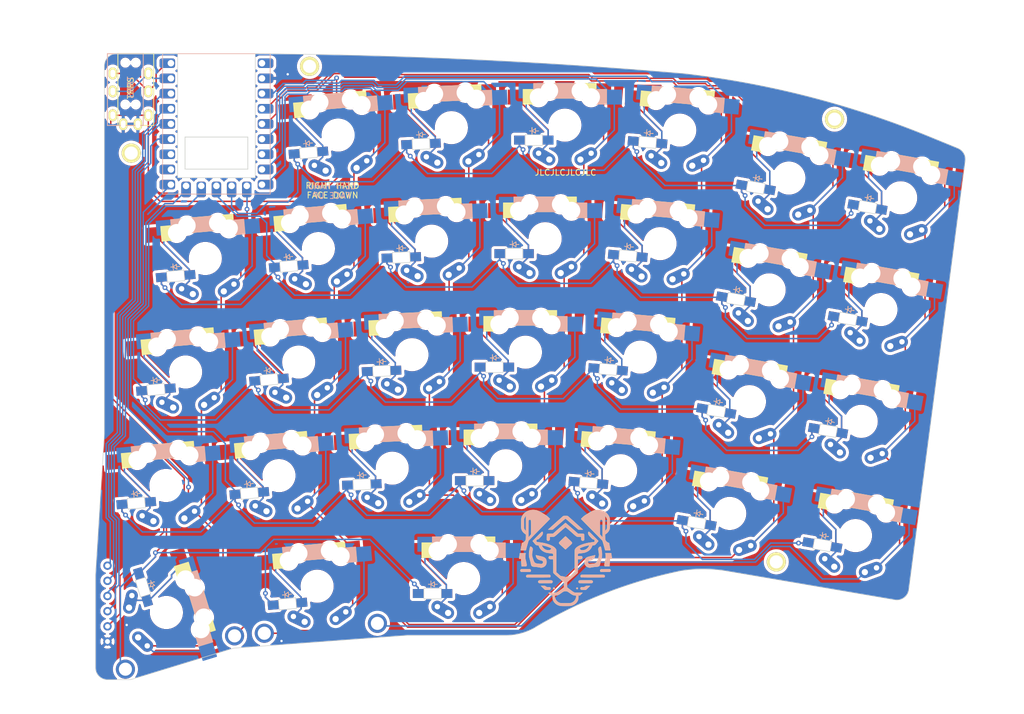
<source format=kicad_pcb>
(kicad_pcb (version 20221018) (generator pcbnew)
  (layers (0 "F.Cu" signal) (31 "B.Cu" signal) (34 "B.Paste" user) (35 "F.Paste" user) (36 "B.SilkS" user "B.Silkscreen") (37 "F.SilkS" user "F.Silkscreen") (38 "B.Mask" user) (39 "F.Mask" user) (44 "Edge.Cuts" user))
  (net 0 "")
  (net 1 "ROW4")
  (net 2 "COL5")
  (net 3 "COL6")
  (net 4 "3V3")
  (net 5 "GND")
  (net 6 "SCLK")
  (net 7 "MOSI")
  (net 8 "MISO")
  (net 9 "NCS")
  (net 10 "ROW0")
  (net 11 "ROW1")
  (net 12 "ROW2")
  (net 13 "ROW3")
  (net 14 "TX")
  (net 15 "RX")
  (net 17 "COL4")
  (net 18 "COL3")
  (net 19 "COL2")
  (net 20 "COL1")
  (net 21 "COL0")
  (net 23 "unconnected-(SW1-Pad3)")
  (net 24 "unconnected-(SW2-Pad3)")
  (net 25 "unconnected-(SW3-Pad3)")
  (net 26 "unconnected-(SW4-Pad3)")
  (net 27 "unconnected-(SW5-Pad3)")
  (net 28 "unconnected-(SW6-Pad3)")
  (net 29 "unconnected-(SW7-Pad3)")
  (net 30 "unconnected-(SW8-Pad3)")
  (net 31 "unconnected-(SW9-Pad3)")
  (net 32 "unconnected-(SW10-Pad3)")
  (net 33 "unconnected-(SW11-Pad3)")
  (net 34 "unconnected-(SW12-Pad3)")
  (net 35 "unconnected-(SW13-Pad3)")
  (net 36 "unconnected-(SW14-Pad3)")
  (net 37 "unconnected-(SW15-Pad3)")
  (net 38 "unconnected-(SW16-Pad3)")
  (net 39 "unconnected-(SW17-Pad3)")
  (net 40 "unconnected-(SW18-Pad3)")
  (net 41 "unconnected-(SW19-Pad3)")
  (net 42 "unconnected-(SW20-Pad3)")
  (net 43 "unconnected-(SW21-Pad3)")
  (net 44 "unconnected-(SW22-Pad3)")
  (net 45 "unconnected-(SW23-Pad3)")
  (net 46 "unconnected-(SW24-Pad3)")
  (net 47 "unconnected-(SW25-Pad3)")
  (net 48 "unconnected-(SW26-Pad3)")
  (net 49 "unconnected-(SW27-Pad3)")
  (net 50 "unconnected-(SW28-Pad3)")
  (net 51 "unconnected-(SW29-Pad3)")
  (net 52 "unconnected-(SW30-Pad3)")
  (footprint "footprints:1pin_connector" (layer "F.Cu") (at 140.830261 140.653465)
    (fp_text reference "J3" hide)
    (fp_text value "1pin_Connector")
  )
  (footprint "footprints:ks33-hotswap-diode-smd_1u" (layer "F.Cu") (at 130.745785 134.439243 5)
    (fp_text reference "SW29" hide)
    (fp_text value "Switch" hide)
    (fp_rect (start -6.65 1.6) (end -3.75 3.4) (stroke (width 0.1)) (fill none) (layer "Edge.Cuts"))
  )
  (footprint "footprints:ks33-hotswap-diode-smd_1u" (layer "F.Cu") (at 221.817901 106.842965 -10)
    (fp_text reference "SW20" hide)
    (fp_text value "Switch" hide)
    (fp_rect (start -6.65 1.6) (end -3.75 3.4) (stroke (width 0.1)) (fill none) (layer "Edge.Cuts"))
  )
  (footprint "footprints:ks33-hotswap-diode-smd_1u" (layer "F.Cu") (at 146.616535 95.682869 2.5)
    (fp_text reference "SW16" hide)
    (fp_text value "Switch" hide)
    (fp_rect (start -6.65 1.6) (end -3.75 3.4) (stroke (width 0.1)) (fill none) (layer "Edge.Cuts"))
  )
  (footprint "footprints:ks33-hotswap-diode-smd_1u" (layer "F.Cu") (at 149.91585 76.682875 2.5)
    (fp_text reference "SW9" hide)
    (fp_text value "Switch" hide)
    (fp_rect (start -6.65 1.6) (end -3.75 3.4) (stroke (width 0.1)) (fill none) (layer "Edge.Cuts"))
  )
  (footprint "footprints:ks33-hotswap-diode-smd_1u" (layer "F.Cu") (at 105.515566 138.837698 -73)
    (fp_text reference "SW28" hide)
    (fp_text value "Switch" hide)
    (fp_rect (start -6.65 1.6) (end -3.75 3.4) (stroke (width 0.1)) (fill none) (layer "Edge.Cuts"))
  )
  (footprint "footprints:ks33-hotswap-diode-smd_1u" (layer "F.Cu") (at 155.269542 133.161122)
    (fp_text reference "SW30" hide)
    (fp_text value "Switch" hide)
    (fp_rect (start -6.65 1.6) (end -3.75 3.4) (stroke (width 0.1)) (fill none) (layer "Edge.Cuts"))
  )
  (footprint "footprints:ks33-hotswap-diode-smd_1u" (layer "F.Cu") (at 143.317218 114.682878 2.5)
    (fp_text reference "SW23" hide)
    (fp_text value "Switch" hide)
    (fp_rect (start -6.65 1.6) (end -3.75 3.4) (stroke (width 0.1)) (fill none) (layer "Edge.Cuts"))
  )
  (footprint "footprints:1pin_connector" (layer "F.Cu") (at 116.921588 142.745201)
    (fp_text reference "J4" hide)
    (fp_text value "1pin_Connector")
  )
  (footprint "footprints:HOLE_M2" (layer "F.Cu") (at 99.621588 61.945201 -95)
    (fp_text reference "TH1" hide)
    (fp_text value "HOLE" hide)
  )
  (footprint "footprints:ks33-hotswap-diode-smd_1u" (layer "F.Cu") (at 134.255846 58.925535 5)
    (fp_text reference "SW1" hide)
    (fp_text value "Switch" hide)
    (fp_rect (start -6.65 1.6) (end -3.75 3.4) (stroke (width 0.1)) (fill none) (layer "Edge.Cuts"))
  )
  (footprint "footprints:ks33-hotswap-diode-smd_1u" (layer "F.Cu") (at 153.215166 57.682874 2.5)
    (fp_text reference "SW2" hide)
    (fp_text value "Switch" hide)
    (fp_rect (start -6.65 1.6) (end -3.75 3.4) (stroke (width 0.1)) (fill none) (layer "Edge.Cuts"))
  )
  (footprint "footprints:ks33-hotswap-diode-smd_1u" (layer "F.Cu") (at 112.02883 79.581493 5)
    (fp_text reference "SW7" hide)
    (fp_text value "Switch" hide)
    (fp_rect (start -6.65 1.6) (end -3.75 3.4) (stroke (width 0.1)) (fill none) (layer "Edge.Cuts"))
  )
  (footprint "footprints:ks33-hotswap-diode-smd_1u" (layer "F.Cu") (at 206.405863 84.832305 -10)
    (fp_text reference "SW12" hide)
    (fp_text value "Switch" hide)
    (fp_rect (start -6.65 1.6) (end -3.75 3.4) (stroke (width 0.1)) (fill none) (layer "Edge.Cuts"))
  )
  (footprint "footprints:ks33-hotswap-diode-smd_1u" (layer "F.Cu") (at 199.807235 122.254996 -10)
    (fp_text reference "SW26" hide)
    (fp_text value "Switch" hide)
    (fp_rect (start -6.65 1.6) (end -3.75 3.4) (stroke (width 0.1)) (fill none) (layer "Edge.Cuts"))
  )
  (footprint "footprints:6pin_connector" (layer "F.Cu") (at 95.653137 137.345787 90)
    (fp_text reference "J5" hide)
    (fp_text value "6pin_Connector")
  )
  (footprint "footprints:ks33-hotswap-diode-smd_1u" (layer "F.Cu") (at 162.312697 114.268393)
    (fp_text reference "SW24" hide)
    (fp_text value "Switch" hide)
    (fp_rect (start -6.65 1.6) (end -3.75 3.4) (stroke (width 0.1)) (fill none) (layer "Edge.Cuts"))
  )
  (footprint "footprints:ks33-hotswap-diode-smd_1u" (layer "F.Cu") (at 127.657216 96.92553 5)
    (fp_text reference "SW15" hide)
    (fp_text value "Switch" hide)
    (fp_rect (start -6.65 1.6) (end -3.75 3.4) (stroke (width 0.1)) (fill none) (layer "Edge.Cuts"))
  )
  (footprint "footprints:HOLE_M2" (layer "F.Cu") (at 129.471681 47.417777 -95)
    (fp_text reference "TH1" hide)
    (fp_text value "HOLE" hide)
  )
  (footprint "LOGO" (layer "F.Cu") (at 172.321588 129.395201)
    (fp_text reference "G***" hide)
    (fp_text value "LOGO" hide)
  )
  (footprint "footprints:PJ320A-TRRS_reversable" (layer "F.Cu") (at 99.530372 51.034248 -90)
    (fp_text reference "U1" hide)
    (fp_text value "PJ320A-TRRS" hide)
  )
  (footprint "footprints:ks33-hotswap-diode-smd_1u" (layer "F.Cu") (at 165.612015 95.268393)
    (fp_text reference "SW17" hide)
    (fp_text value "Switch" hide)
    (fp_rect (start -6.65 1.6) (end -3.75 3.4) (stroke (width 0.1)) (fill none) (layer "Edge.Cuts"))
  )
  (footprint "footprints:ks33-hotswap-diode-smd_1u" (layer "F.Cu") (at 105.430203 117.581497 5)
    (fp_text reference "SW21" hide)
    (fp_text value "Switch" hide)
    (fp_rect (start -6.65 1.6) (end -3.75 3.4) (stroke (width 0.1)) (fill none) (layer "Edge.Cuts"))
  )
  (footprint "footprints:ks33-hotswap-diode-smd_1u" (layer "F.Cu") (at 209.705182 66.120955 -10)
    (fp_text reference "SW5" hide)
    (fp_text value "Switch" hide)
    (fp_rect (start -6.65 1.6) (end -3.75 3.4) (stroke (width 0.1)) (fill none) (layer "Edge.Cuts"))
  )
  (footprint "footprints:1pin_connector" (layer "F.Cu") (at 121.902561 142.309424)
    (fp_text reference "J2" hide)
    (fp_text value "1pin_Connector")
  )
  (footprint "footprints:ks33-hotswap-diode-smd_1u" (layer "F.Cu") (at 181.544614 115.097161 -5)
    (fp_text reference "SW25" hide)
    (fp_text value "Switch" hide)
    (fp_rect (start -6.65 1.6) (end -3.75 3.4) (stroke (width 0.1)) (fill none) (layer "Edge.Cuts"))
  )
  (footprint "footprints:ks33-hotswap-diode-smd_1u" (layer "F.Cu") (at 220.857504 125.966726 -10)
    (fp_text reference "SW27" hide)
    (fp_text value "Switch" hide)
    (fp_rect (start -6.65 1.6) (end -3.75 3.4) (stroke (width 0.1)) (fill none) (layer "Edge.Cuts"))
  )
  (footprint "footprints:ks33-hotswap-diode-smd_1u" (layer "F.Cu") (at 130.956532 77.925538 5)
    (fp_text reference "SW8" hide)
    (fp_text value "Switch" hide)
    (fp_rect (start -6.65 1.6) (end -3.75 3.4) (stroke (width 0.1)) (fill none) (layer "Edge.Cuts"))
  )
  (footprint "footprints:ks33-hotswap-diode-smd_1u" (layer "F.Cu") (at 168.911328 76.268393)
    (fp_text reference "SW10" hide)
    (fp_text value "Switch" hide)
    (fp_rect (start -6.65 1.6) (end -3.75 3.4) (stroke (width 0.1)) (fill none) (layer "Edge.Cuts"))
  )
  (footprint "footprints:ks33-hotswap-diode-smd_1u" (layer "F.Cu") (at 124.357899 115.925534 5)
    (fp_text reference "SW22" hide)
    (fp_text value "Switch" hide)
    (fp_rect (start -6.65 1.6) (end -3.75 3.4) (stroke (width 0.1)) (fill none) (layer "Edge.Cuts"))
  )
  (footprint "footprints:HOLE_M2" (layer "F.Cu") (at 217.351208 56.259573 -95)
    (fp_text reference "TH1" hide)
    (fp_text value "HOLE" hide)
  )
  (footprint "footprints:ks33-hotswap-diode-smd_1u" (layer "F.Cu") (at 172.210646 57.268393)
    (fp_text reference "SW3" hide)
    (fp_text value "Switch" hide)
    (fp_rect (start -6.65 1.6) (end -3.75 3.4) (stroke (width 0.1)) (fill none) (layer "Edge.Cuts"))
  )
  (footprint "footprints:ks33-hotswap-diode-smd_1u" (layer "F.Cu") (at 191.442559 58.097156 -5)
    (fp_text reference "SW4" hide)
    (fp_text value "Switch" hide)
    (fp_rect (start -6.65 1.6) (end -3.75 3.4) (stroke (width 0.1)) (fill none) (layer "Edge.Cuts"))
  )
  (footprint "footprints:1pin_connector" (layer "F.Cu") (at 98.653137 148.325786)
    (fp_text reference "J1" hide)
    (fp_text value "1pin_Connector")
  )
  (footprint "footprints:ks33-hotswap-diode-smd_1u" (layer "F.Cu") (at 203.106549 103.543649 -10)
    (fp_text reference "SW19" hide)
    (fp_text value "Switch" hide)
    (fp_rect (start -6.65 1.6) (end -3.75 3.4) (stroke (width 0.1)) (fill none) (layer "Edge.Cuts"))
  )
  (footprint "footprints:ks33-hotswap-diode-smd_1u" (layer "F.Cu") (at 225.117211 88.131618 -10)
    (fp_text reference "SW13" hide)
    (fp_text value "Switch" hide)
    (fp_rect (start -6.65 1.6) (end -3.75 3.4) (stroke (width 0.1)) (fill none) (layer "Edge.Cuts"))
  )
  (footprint "footprints:ks33-hotswap-diode-smd_1u" (layer "F.Cu") (at 228.416528 69.420272 -10)
    (fp_text reference "SW6" hide)
    (fp_text value "Switch" hide)
    (fp_rect (start -6.65 1.6) (end -3.75 3.4) (stroke (width 0.1)) (fill none) (layer "Edge.Cuts"))
  )
  (footprint "footprints:HOLE_M2" (layer "F.Cu") (at 207.595759 130.359574 -95)
    (fp_text reference "TH1" hide)
    (fp_text value "HOLE" hide)
  )
  (footprint "footprints:ks33-hotswap-diode-smd_1u" (layer "F.Cu") (at 108.729516 98.58149 5)
    (fp_text reference "SW14" hide)
    (fp_text value "Switch" hide)
    (fp_rect (start -6.65 1.6) (end -3.75 3.4) (stroke (width 0.1)) (fill none) (layer "Edge.Cuts"))
  )
  (footprint "footprints:ks33-hotswap-diode-smd_1u" (layer "F.Cu") (at 188.143246 77.097161 -5)
    (fp_text reference "SW11" hide)
    (fp_text value "Switch" hide)
    (fp_rect (start -6.65 1.6) (end -3.75 3.4) (stroke (width 0.1)) (fill none) (layer "Edge.Cuts"))
  )
  (footprint "footprints:ks33-hotswap-diode-smd_1u" (layer "F.Cu") (at 184.843929 96.097154 -5)
    (fp_text reference "SW18" hide)
    (fp_text value "Switch" hide)
    (fp_rect (start -6.65 1.6) (end -3.75 3.4) (stroke (width 0.1)) (fill none) (layer "Edge.Cuts"))
  )
  (footprint "footprints:RP2040-Zero" (layer "B.Cu") (at 113.888374 57.057049 180)
    (fp_text reference "RP2040-Zero1" hide)
    (fp_text value "~" hide)
    (fp_line (start -5.25 -7.57) (end -5.25 -2.2) (stroke (width 0.12)) (layer "Edge.Cuts"))
    (fp_line (start -5.25 -7.57) (end 5.25 -7.57) (stroke (width 0.12)) (layer "Edge.Cuts"))
    (fp_line (start 5.25 -2.2) (end -5.25 -2.2) (stroke (width 0.12)) (layer "Edge.Cuts"))
    (fp_line (start 5.25 -2.2) (end 5.25 -7.57) (stroke (width 0.12)) (layer "Edge.Cuts"))
  )
  (footprint "LOGO" (layer "B.Cu") (at 172.321588 129.395201 180)
    (fp_text reference "G***" hide)
    (fp_text value "LOGO" hide)
  )
  (gr_poly (pts (arc (start 93.657093 132.467545) (mid 93.654128 132.530364) (end 93.653139 132.593245)) (arc (start 93.653138 148.075786) (mid 94.238905 149.490012) (end 95.653138 150.075786)) (arc (start 99.241267 150.075786) (mid 99.536885 150.053813) (end 99.82601 149.988395)) (arc (start 116.539824 144.87847) (mid 116.75595 144.825337) (end 116.976643 144.796557)) (arc (start 145.695682 142.6666) (mid 145.769593 142.662492) (end 145.843606 142.661122)) (arc (start 162.272509 142.661122) (mid 164.695156 142.363224) (end 166.973462 141.487278)) (arc (start 166.973462 141.487278) (mid 178.93875 135.617046) (end 191.721588 131.845201)) (arc (start 191.721588 131.845201) (mid 195.404592 131.560141) (end 199.086484 131.859222)) (arc (start 227.452957 136.713441) (mid 228.976992 136.351999) (end 229.773193 135.003149)) (arc (start 239.220752 63.241818) (mid 238.967996 61.977453) (end 237.996152 61.130091)) (arc (start 232.921588 59.050854) (mid 212.949696 52.462145) (end 192.270539 48.633307)) (arc (start 192.270539 48.633307) (mid 156.362705 46.251663) (end 120.388374 45.307049)) (xy 120.388374 66.057049) (xy 107.388374 66.057049) (xy 107.388374 45.307049) (arc (start 97.138375 45.30705) (mid 95.724178 45.89286) (end 95.138375 47.30705)) (arc (start 95.138376 108.882715) (mid 95.137386 108.945596) (end 95.134422 109.008415))) (stroke (width 0.1)) (fill none) (layer "Edge.Cuts"))
  (gr_text "LEFT HAND\nFACE UP" (at 133.146588 68.270201) (layer "B.SilkS") (effects (font (size 1 1)) (justify mirror)))
  (gr_text "RIGHT HAND\nFACE DOWN" (at 133.321588 68.195201) (layer "F.SilkS") (effects (font (size 1 1))))
  (gr_text "JLCJLCJLCJLC" (at 172.321588 65.195201) (layer "F.SilkS") (effects (font (size 1 1))))
  (segment (start 103.681588 128.825201) (end 103.681588 129.521902) (width 0.25) (layer "F.Cu") (net 1))
  (segment (start 109.216088 117.845201) (end 109.196588 117.864701) (width 0.25) (layer "F.Cu") (net 1))
  (segment (start 103.681588 129.521902) (end 100.902779 132.300711) (width 0.25) (layer "F.Cu") (net 1))
  (segment (start 122.090186 135.625201) (end 122.090186 136.289704) (width 0.25) (layer "F.Cu") (net 1))
  (segment (start 109.196588 118.966597) (end 105.521588 122.641597) (width 0.25) (layer "F.Cu") (net 1))
  (segment (start 105.521588 126.985201) (end 103.681588 128.825201) (width 0.25) (layer "F.Cu") (net 1))
  (segment (start 122.090186 136.289704) (end 123.392595 137.592113) (width 0.25) (layer "F.Cu") (net 1))
  (segment (start 147.669542 134.711121) (end 147.012605 134.054184) (width 0.25) (layer "F.Cu") (net 1))
  (segment (start 147.669542 135.661122) (end 147.669542 134.711121) (width 0.25) (layer "F.Cu") (net 1))
  (segment (start 109.196588 117.864701) (end 109.196588 118.966597) (width 0.25) (layer "F.Cu") (net 1))
  (segment (start 105.521588 122.641597) (end 105.521588 126.985201) (width 0.25) (layer "F.Cu") (net 1))
  (via (at 103.681588 128.825201) (size 0.8) (drill 0.4) (layers "F.Cu" "B.Cu") (net 1))
  (via (at 109.216088 117.845201) (size 0.8) (drill 0.4) (layers "F.Cu" "B.Cu") (net 1))
  (via (at 122.090186 135.625201) (size 0.8) (drill 0.4) (layers "F.Cu" "B.Cu") (net 1))
  (via (at 147.012605 134.054184) (size 0.8) (drill 0.4) (layers "F.Cu" "B.Cu") (net 1))
  (segment (start 103.681588 129.521902) (end 103.681588 128.825201) (width 0.25) (layer "B.Cu") (net 1))
  (segment (start 98.026637 134.402944) (end 98.026637 134.390152) (width 0.25) (layer "B.Cu") (net 1))
  (segment (start 97.811588 134.617993) (end 98.026637 134.402944) (width 0.25) (layer "B.Cu") (net 1))
  (segment (start 147.669542 135.661122) (end 147.669542 134.711121) (width 0.25) (layer "B.Cu") (net 1))
  (segment (start 99.101588 104.685201) (end 99.101588 89.680785) (width 0.25) (layer "B.Cu") (net 1))
  (segment (start 100.116078 132.300711) (end 100.902779 132.300711) (width 0.25) (layer "B.Cu") (net 1))
  (segment (start 122.090186 128.006716) (end 122.161644 127.935257) (width 0.25) (layer "B.Cu") (net 1))
  (segment (start 97.811588 147.484237) (end 97.811588 134.617993) (width 0.25) (layer "B.Cu") (net 1))
  (segment (start 139.563621 126.605201) (end 123.491701 126.605201) (width 0.25) (layer "B.Cu") (net 1))
  (segment (start 109.216088 117.845201) (end 109.216088 116.669701) (width 0.25) (layer "B.Cu") (net 1))
  (segment (start 122.090186 135.625201) (end 122.090186 128.006716) (width 0.25) (layer "B.Cu") (net 1))
  (segment (start 101.641588 87.140785) (end 101.641588 71.843835) (width 0.25) (layer "B.Cu") (net 1))
  (segment (start 122.090186 135.625201) (end 122.090186 136.289704) (width 0.25) (layer "B.Cu") (net 1))
  (segment (start 104.991588 110.575201) (end 99.101588 104.685201) (width 0.25) (layer "B.Cu") (net 1))
  (segment (start 101.641588 71.843835) (end 106.268374 67.217049) (width 0.25) (layer "B.Cu") (net 1))
  (segment (start 104.991588 112.445201) (end 104.991588 110.575201) (width 0.25) (layer "B.Cu") (net 1))
  (segment (start 109.216088 116.669701) (end 104.991588 112.445201) (width 0.25) (layer "B.Cu") (net 1))
  (segment (start 99.101588 89.680785) (end 101.641588 87.140785) (width 0.25) (layer "B.Cu") (net 1))
  (segment (start 98.026637 134.390152) (end 100.116078 132.300711) (width 0.25) (layer "B.Cu") (net 1))
  (segment (start 122.090186 136.289704) (end 123.392595 137.592113) (width 0.25) (layer "B.Cu") (net 1))
  (segment (start 103.681588 128.825201) (end 121.2717 128.825201) (width 0.25) (layer "B.Cu") (net 1))
  (segment (start 121.2717 128.825201) (end 122.161644 127.935257) (width 0.25) (layer "B.Cu") (net 1))
  (segment (start 100.902779 132.300711) (end 103.681588 129.521902) (width 0.25) (layer "B.Cu") (net 1))
  (segment (start 98.653137 148.325786) (end 97.811588 147.484237) (width 0.25) (layer "B.Cu") (net 1))
  (segment (start 147.669542 134.711121) (end 147.012605 134.054184) (width 0.25) (layer "B.Cu") (net 1))
  (segment (start 123.491701 126.605201) (end 122.161644 127.935257) (width 0.25) (layer "B.Cu") (net 1))
  (segment (start 147.012605 134.054184) (end 139.563621 126.605201) (width 0.25) (layer "B.Cu") (net 1))
  (segment (start 122.19974 57.057049) (end 123.89861 55.358179) (width 0.25) (layer "F.Cu") (net 2))
  (segment (start 195.935192 51.125201) (end 199.981588 51.125201) (width 0.25) (layer "F.Cu") (net 2))
  (segment (start 175.686655 129.635201) (end 200.103183 129.635201) (width 0.25) (layer "F.Cu") (net 2))
  (segment (start 125.871588 51.475201) (end 130.707984 51.475201) (width 0.25) (layer "F.Cu") (net 2))
  (segment (start 139.487984 137.965201) (end 142.565192 137.965201) (width 0.25) (layer "F.Cu") (net 2))
  (segment (start 217.080289 60.920298) (end 217.080289 61.582682) (width 0.25) (layer "F.Cu") (net 2))
  (segment (start 210.481656 99.005376) (end 210.481656 105.078198) (width 0.25) (layer "F.Cu") (net 2))
  (segment (start 133.547484 48.635701) (end 134.775692 48.635701) (width 0.25) (layer "F.Cu") (net 2))
  (segment (start 199.981588 51.125201) (end 204.121588 55.265201) (width 0.25) (layer "F.Cu") (net 2))
  (segment (start 213.78097 80.294032) (end 213.78097 86.366854) (width 0.25) (layer "F.Cu") (net 2))
  (segment (start 207.182342 123.789545) (end 203.324243 127.647644) (width 0.25) (layer "F.Cu") (net 2))
  (segment (start 213.22219 71.513603) (end 213.78097 72.072383) (width 0.25) (layer "F.Cu") (net 2))
  (segment (start 217.080289 67.655504) (end 213.22219 71.513603) (width 0.25) (layer "F.Cu") (net 2))
  (segment (start 191.022028 50.745641) (end 195.555632 50.745641) (width 0.25) (layer "F.Cu") (net 2))
  (segment (start 145.895192 141.295201) (end 164.026655 141.295201) (width 0.25) (layer "F.Cu") (net 2))
  (segment (start 123.89861 55.358179) (end 123.89861 53.448179) (width 0.25) (layer "F.Cu") (net 2))
  (segment (start 206.623557 108.936297) (end 207.182342 109.495082) (width 0.25) (layer "F.Cu") (net 2))
  (segment (start 210.481656 90.783738) (end 210.481656 99.005376) (width 0.25) (layer "F.Cu") (net 2))
  (segment (start 190.141588 49.865201) (end 191.022028 50.745641) (width 0.25) (layer "F.Cu") (net 2))
  (segment (start 121.902561 142.309424) (end 135.143761 142.309424) (width 0.25) (layer "F.Cu") (net 2))
  (segment (start 195.555632 50.745641) (end 195.935192 51.125201) (width 0.25) (layer "F.Cu") (net 2))
  (segment (start 204.121588 55.265201) (end 211.425192 55.265201) (width 0.25) (layer "F.Cu") (net 2))
  (segment (start 211.425192 55.265201) (end 217.080289 60.920298) (width 0.25) (layer "F.Cu") (net 2))
  (segment (start 213.78097 72.072383) (end 213.78097 80.294032) (width 0.25) (layer "F.Cu") (net 2))
  (segment (start 135.385192 49.245201) (end 176.041588 49.245201) (width 0.25) (layer "F.Cu") (net 2))
  (segment (start 134.775692 48.635701) (end 135.385192 49.245201) (width 0.25) (layer "F.Cu") (net 2))
  (segment (start 121.508374 57.057049) (end 122.19974 57.057049) (width 0.25) (layer "F.Cu") (net 2))
  (segment (start 207.182342 117.716723) (end 207.182342 123.789545) (width 0.25) (layer "F.Cu") (net 2))
  (segment (start 130.707984 51.475201) (end 133.547484 48.635701) (width 0.25) (layer "F.Cu") (net 2))
  (segment (start 207.182342 109.495082) (end 207.182342 117.716723) (width 0.25) (layer "F.Cu") (net 2))
  (segment (start 213.78097 86.366854) (end 209.922871 90.224953) (width 0.25) (layer "F.Cu") (net 2))
  (segment (start 210.481656 105.078198) (end 206.623557 108.936297) (width 0.25) (layer "F.Cu") (net 2))
  (segment (start 123.89861 53.448179) (end 125.871588 51.475201) (width 0.25) (layer "F.Cu") (net 2))
  (segment (start 200.103183 129.635201) (end 201.369258 128.369126) (width 0.25) (layer "F.Cu") (net 2))
  (segment (start 135.143761 142.309424) (end 139.487984 137.965201) (width 0.25) (layer "F.Cu") (net 2))
  (segment (start 176.661588 49.865201) (end 190.141588 49.865201) (width 0.25) (layer "F.Cu") (net 2))
  (segment (start 217.080289 61.582682) (end 217.080289 67.655504) (width 0.25) (layer "F.Cu") (net 2))
  (segment (start 164.026655 141.295201) (end 175.686655 129.635201) (width 0.25) (layer "F.Cu") (net 2))
  (segment (start 209.922871 90.224953) (end 210.481656 90.783738) (width 0.25) (layer "F.Cu") (net 2))
  (segment (start 142.565192 137.965201) (end 145.895192 141.295201) (width 0.25) (layer "F.Cu") (net 2))
  (segment (start 176.041588 49.245201) (end 176.661588 49.865201) (width 0.25) (layer "F.Cu") (net 2))
  (segment (start 212.07198 100.351991) (end 212.07198 103.487874) (width 0.25) (layer "B.Cu") (net 2))
  (segment (start 215.371294 81.640647) (end 215.371294 84.77653) (width 0.25) (layer "B.Cu") (net 2))
  (segment (start 215.371294 84.77653) (end 209.922871 90.224953) (width 0.25) (layer "B.Cu") (net 2))
  (segment (start 212.07198 103.487874) (end 206.623557 108.936297) (width 0.25) (layer "B.Cu") (net 2))
  (segment (start 218.670613 66.06518) (end 213.22219 71.513603) (width 0.25) (layer "B.Cu") (net 2))
  (segment (start 208.772666 122.199221) (end 203.324243 127.647644) (width 0.25) (layer "B.Cu") (net 2))
  (segment (start 208.772666 119.063338) (end 208.772666 122.199221) (width 0.25) (layer "B.Cu") (net 2))
  (segment (start 218.670613 62.929297) (end 218.670613 66.06518) (width 0.25) (layer "B.Cu") (net 2))
  (segment (start 225.334909 112.235613) (end 228.232611 115.133315) (width 0.25) (layer "F.Cu") (net 3))
  (segment (start 200.167984 50.675201) (end 196.121588 50.675201) (width 0.25) (layer "F.Cu") (net 3))
  (segment (start 225.211588 59.355201) (end 216.151588 59.355201) (width 0.25) (layer "F.Cu") (net 3))
  (segment (start 135.571588 48.795201) (end 134.962088 48.185701) (width 0.25) (layer "F.Cu") (net 3))
  (segment (start 228.232611 121.428453) (end 228.232611 127.501275) (width 0.25) (layer "F.Cu") (net 3))
  (segment (start 190.327984 49.415201) (end 176.847984 49.415201) (width 0.25) (layer "F.Cu") (net 3))
  (segment (start 228.232611 127.501275) (end 224.374512 131.359374) (width 0.25) (layer "F.Cu") (net 3))
  (segment (start 216.151588 59.355201) (end 211.611588 54.815201) (width 0.25) (layer "F.Cu") (net 3))
  (segment (start 122.18974 54.517049) (end 121.508374 54.517049) (width 0.25) (layer "F.Cu") (net 3))
  (segment (start 231.264837 60.355201) (end 226.211588 60.355201) (width 0.25) (layer "F.Cu") (net 3))
  (segment (start 232.492318 83.593345) (end 232.492318 89.666167) (width 0.25) (layer "F.Cu") (net 3))
  (segment (start 211.611588 54.815201) (end 204.307984 54.815201) (width 0.25) (layer "F.Cu") (net 3))
  (segment (start 196.121588 50.675201) (end 195.742028 50.295641) (width 0.25) (layer "F.Cu") (net 3))
  (segment (start 130.521588 51.025201) (end 125.681588 51.025201) (width 0.25) (layer "F.Cu") (net 3))
  (segment (start 228.634219 93.524266) (end 229.193008 94.083055) (width 0.25) (layer "F.Cu") (net 3))
  (segment (start 176.847984 49.415201) (end 176.227984 48.795201) (width 0.25) (layer "F.Cu") (net 3))
  (segment (start 229.193008 108.377514) (end 225.334909 112.235613) (width 0.25) (layer "F.Cu") (net 3))
  (segment (start 191.208424 50.295641) (end 190.327984 49.415201) (width 0.25) (layer "F.Cu") (net 3))
  (segment (start 232.492318 89.666167) (end 228.634219 93.524266) (width 0.25) (layer "F.Cu") (net 3))
  (segment (start 228.232611 115.133315) (end 228.232611 121.428453) (width 0.25) (layer "F.Cu") (net 3))
  (segment (start 229.193008 102.304692) (end 229.193008 108.377514) (width 0.25) (layer "F.Cu") (net 3))
  (segment (start 125.681588 51.025201) (end 122.18974 54.517049) (width 0.25) (layer "F.Cu") (net 3))
  (segment (start 232.492318 75.371702) (end 232.492318 83.593345) (width 0.25) (layer "F.Cu") (net 3))
  (segment (start 226.211588 60.355201) (end 225.211588 59.355201) (width 0.25) (layer "F.Cu") (net 3))
  (segment (start 235.791635 64.881999) (end 231.264837 60.355201) (width 0.25) (layer "F.Cu") (net 3))
  (segment (start 195.742028 50.295641) (end 191.208424 50.295641) (width 0.25) (layer "F.Cu") (net 3))
  (segment (start 235.791635 70.954821) (end 231.933536 74.81292) (width 0.25) (layer "F.Cu") (net 3))
  (segment (start 231.933536 74.81292) (end 232.492318 75.371702) (width 0.25) (layer "F.Cu") (net 3))
  (segment (start 235.791635 64.881999) (end 235.791635 70.954821) (width 0.25) (layer "F.Cu") (net 3))
  (segment (start 134.962088 48.185701) (end 133.361088 48.185701) (width 0.25) (layer "F.Cu") (net 3))
  (segment (start 176.227984 48.795201) (end 135.571588 48.795201) (width 0.25) (layer "F.Cu") (net 3))
  (segment (start 204.307984 54.815201) (end 200.167984 50.675201) (width 0.25) (layer "F.Cu") (net 3))
  (segment (start 133.361088 48.185701) (end 130.521588 51.025201) (width 0.25) (layer "F.Cu") (net 3))
  (segment (start 229.193008 94.083055) (end 229.193008 102.304692) (width 0.25) (layer "F.Cu") (net 3))
  (segment (start 140.830261 140.653465) (end 141.271997 141.095201) (width 0.25) (layer "B.Cu") (net 3))
  (segment (start 230.783332 106.78719) (end 225.334909 112.235613) (width 0.25) (layer "B.Cu") (net 3))
  (segment (start 164.941588 141.095201) (end 175.641588 130.395201) (width 0.25) (layer "B.Cu") (net 3))
  (segment (start 230.783332 103.651307) (end 230.783332 106.78719) (width 0.25) (layer "B.Cu") (net 3))
  (segment (start 237.381959 66.228614) (end 237.381959 69.364497) (width 0.25) (layer "B.Cu") (net 3))
  (segment (start 206.731588 127.785201) (end 209.881588 127.785201) (width 0.25) (layer "B.Cu") (net 3))
  (segment (start 204.121588 130.395201) (end 206.731588 127.785201) (width 0.25) (layer "B.Cu") (net 3))
  (segment (start 234.082642 84.93996) (end 234.082642 88.075843) (width 0.25) (layer "B.Cu") (net 3))
  (segment (start 237.381959 69.364497) (end 231.933536 74.81292) (width 0.25) (layer "B.Cu") (net 3))
  (segment (start 229.822935 125.910951) (end 224.374512 131.359374) (width 0.25) (layer "B.Cu") (net 3))
  (segment (start 215.311588 133.215201) (end 221.285182 133.215201) (width 0.25) (layer "B.Cu") (net 3))
  (segment (start 221.285182 133.215201) (end 222.419527 132.080856) (width 0.25) (layer "B.Cu") (net 3))
  (segment (start 175.641588 130.395201) (end 204.121588 130.395201) (width 0.25) (layer "B.Cu") (net 3))
  (segment (start 209.881588 127.785201) (end 215.311588 133.215201) (width 0.25) (layer "B.Cu") (net 3))
  (segment (start 141.271997 141.095201) (end 164.941588 141.095201) (width 0.25) (layer "B.Cu") (net 3))
  (segment (start 229.822935 122.775068) (end 229.822935 125.910951) (width 0.25) (layer "B.Cu") (net 3))
  (segment (start 234.082642 88.075843) (end 228.634219 93.524266) (width 0.25) (layer "B.Cu") (net 3))
  (segment (start 95.653137 141.155787) (end 97.736456 139.072468) (width 0.25) (layer "F.Cu") (net 4))
  (segment (start 96.201588 102.765201) (end 96.201588 55.943832) (width 0.25) (layer "F.Cu") (net 4))
  (segment (start 137.821588 60.620201) (end 134.871588 63.570201) (width 0.25) (layer "F.Cu") (net 4))
  (segment (start 97.736456 139.072468) (end 97.736456 132.710333) (width 0.25) (layer "F.Cu") (net 4))
  (segment (start 97.736456 132.710333) (end 105.071588 125.375201) (width 0.25) (layer "F.Cu") (net 4))
  (segment (start 104.456588 70.020201) (end 102.488372 68.051985) (width 0.25) (layer "F.Cu") (net 4))
  (segment (start 130.171588 70.020201) (end 104.456588 70.020201) (width 0.25) (layer "F.Cu") (net 4))
  (segment (start 105.071588 122.455201) (end 108.491588 119.035201) (width 0.25) (layer "F.Cu") (net 4))
  (segment (start 137.821588 57.665201) (end 137.821588 60.620201) (width 0.25) (layer "F.Cu") (net 4))
  (segment (start 104.401588 110.965201) (end 96.201588 102.765201) (width 0.25) (layer "F.Cu") (net 4))
  (segment (start 108.491588 116.355201) (end 104.401588 112.265201) (width 0.25) (layer "F.Cu") (net 4))
  (segment (start 105.071588 125.375201) (end 105.071588 122.455201) (width 0.25) (layer "F.Cu") (net 4))
  (segment (start 134.871588 65.320201) (end 130.171588 70.020201) (width 0.25) (layer "F.Cu") (net 4))
  (segment (start 104.401588 112.265201) (end 104.401588 110.965201) (width 0.25) (layer "F.Cu") (net 4))
  (segment (start 96.201588 55.943832) (end 96.538372 55.607048) (width 0.25) (layer "F.Cu") (net 4))
  (segment (start 108.491588 119.035201) (end 108.491588 116.355201) (width 0.25) (layer "F.Cu") (net 4))
  (segment (start 102.488372 68.051985) (end 102.488372 55.607048) (width 0.25) (layer "F.Cu") (net 4))
  (segment (start 134.004289 49.360701) (end 134.004289 53.847902) (width 0.25) (layer "F.Cu") (net 4))
  (segment (start 96.538372 55.607048) (end 102.488372 55.607048) (width 0.25) (layer "F.Cu") (net 4))
  (segment (start 134.871588 63.570201) (end 134.871588 65.320201) (width 0.25) (layer "F.Cu") (net 4))
  (segment (start 134.004289 53.847902) (end 137.821588 57.665201) (width 0.25) (layer "F.Cu") (net 4))
  (via (at 134.004289 49.360701) (size 0.8) (drill 0.4) (layers "F.Cu" "B.Cu") (net 4))
  (segment (start 121.508374 51.977049) (end 123.363344 51.977049) (width 0.25) (layer "B.Cu") (net 4))
  (segment (start 133.59097 49.77402) (end 134.004289 49.360701) (width 0.25) (layer "B.Cu") (net 4))
  (segment (start 123.363344 51.977049) (end 125.060011 50.280382) (width 0.25) (layer "B.Cu") (net 4))
  (segment (start 128.817185 49.77402) (end 133.59097 49.77402) (width 0.25) (layer "B.Cu") (net 4))
  (segment (start 128.310823 50.280382) (end 128.817185 49.77402) (width 0.25) (layer "B.Cu") (net 4))
  (segment (start 125.060011 50.280382) (end 128.310823 50.280382) (width 0.25) (layer "B.Cu") (net 4))
  (via (at 125.821588 48.745201) (size 0.8) (drill 0.4) (layers "F.Cu" "B.Cu") (net 5))
  (via (at 124.781588 143.605201) (size 0.8) (drill 0.4) (layers "F.Cu" "B.Cu") (net 5))
  (via (at 98.871588 140.925201) (size 0.8) (drill 0.4) (layers "F.Cu" "B.Cu") (net 5))
  (segment (start 125.12974 49.437049) (end 125.821588 48.745201) (width 0.25) (layer "B.Cu") (net 5))
  (segment (start 121.508374 49.437049) (end 125.12974 49.437049) (width 0.25) (layer "B.Cu") (net 5))
  (segment (start 101.546588 58.713805) (end 103.561588 56.698805) (width 0.25) (layer "B.Cu") (net 6))
  (segment (start 104.92974 51.977049) (end 106.268374 51.977049) (width 0.25) (layer "B.Cu") (net 6))
  (segment (start 96.121588 123.670201) (end 95.424604 122.973217) (width 0.25) (layer "B.Cu") (net 6))
  (segment (start 99.841588 64.796013) (end 101.546588 63.091013) (width 0.25) (layer "B.Cu") (net 6))
  (segment (start 101.546588 63.091013) (end 101.546588 58.713805) (width 0.25) (layer "B.Cu") (net 6))
  (segment (start 103.561588 55.588805) (end 103.831588 55.318805) (width 0.25) (layer "B.Cu") (net 6))
  (segment (start 103.561588 56.698805) (end 103.561588 55.588805) (width 0.25) (layer "B.Cu") (net 6))
  (segment (start 103.831588 53.075201) (end 104.92974 51.977049) (width 0.25) (layer "B.Cu") (net 6))
  (segment (start 95.424604 110.589782) (end 97.301588 108.712798) (width 0.25) (layer "B.Cu") (net 6))
  (segment (start 96.121588 130.527336) (end 96.121588 123.670201) (width 0.25) (layer "B.Cu") (net 6))
  (segment (start 97.301588 108.712798) (end 97.301588 88.935201) (width 0.25) (layer "B.Cu") (net 6))
  (segment (start 99.841588 86.395201) (end 99.841588 64.796013) (width 0.25) (layer "B.Cu") (net 6))
  (segment (start 95.653137 130.995787) (end 96.121588 130.527336) (width 0.25) (layer "B.Cu") (net 6))
  (segment (start 97.301588 88.935201) (end 99.841588 86.395201) (width 0.25) (layer "B.Cu") (net 6))
  (segment (start 103.831588 55.318805) (end 103.831588 53.075201) (width 0.25) (layer "B.Cu") (net 6))
  (segment (start 95.424604 122.973217) (end 95.424604 110.589782) (width 0.25) (layer "B.Cu") (net 6))
  (segment (start 96.676637 123.588854) (end 95.874604 122.786821) (width 0.25) (layer "B.Cu") (net 7))
  (segment (start 97.751588 89.121597) (end 100.291588 86.581597) (width 0.25) (layer "B.Cu") (net 7))
  (segment (start 96.676637 132.512287) (end 96.676637 123.588854) (width 0.25) (layer "B.Cu") (net 7))
  (segment (start 97.751588 108.899194) (end 97.751588 89.121597) (width 0.25) (layer "B.Cu") (net 7))
  (segment (start 101.996588 63.277409) (end 101.996588 58.900201) (width 0.25) (layer "B.Cu") (net 7))
  (segment (start 101.996588 58.900201) (end 104.011588 56.885201) (width 0.25) (layer "B.Cu") (net 7))
  (segment (start 100.291588 64.982409) (end 101.996588 63.277409) (width 0.25) (layer "B.Cu") (net 7))
  (segment (start 104.011588 55.775201) (end 105.26974 54.517049) (width 0.25) (layer "B.Cu") (net 7))
  (segment (start 95.653137 133.535787) (end 96.676637 132.512287) (width 0.25) (layer "B.Cu") (net 7))
  (segment (start 104.011588 56.885201) (end 104.011588 55.775201) (width 0.25) (layer "B.Cu") (net 7))
  (segment (start 95.874604 110.776178) (end 97.751588 108.899194) (width 0.25) (layer "B.Cu") (net 7))
  (segment (start 95.874604 122.786821) (end 95.874604 110.776178) (width 0.25) (layer "B.Cu") (net 7))
  (segment (start 100.291588 86.581597) (end 100.291588 64.982409) (width 0.25) (layer "B.Cu") (net 7))
  (segment (start 105.26974 54.517049) (end 106.268374 54.517049) (width 0.25) (layer "B.Cu") (net 7))
  (segment (start 100.741588 86.767993) (end 100.741588 65.168805) (width 0.25) (layer "B.Cu") (net 8))
  (segment (start 96.324604 110.962574) (end 98.201588 109.08559) (width 0.25) (layer "B.Cu") (net 8))
  (segment (start 97.126637 123.402458) (end 96.324604 122.600425) (width 0.25) (layer "B.Cu") (net 8))
  (segment (start 95.653137 136.075787) (end 95.653137 135.503652) (width 0.25) (layer "B.Cu") (net 8))
  (segment (start 100.741588 65.168805) (end 102.446588 63.463805) (width 0.25) (layer "B.Cu") (net 8))
  (segment (start 96.324604 122.600425) (end 96.324604 110.962574) (width 0.25) (layer "B.Cu") (net 8))
  (segment (start 98.201588 109.08559) (end 98.201588 89.307993) (width 0.25) (layer "B.Cu") (net 8))
  (segment (start 102.446588 59.086597) (end 104.461588 57.071597) (width 0.25) (layer "B.Cu") (net 8))
  (segment (start 102.446588 63.463805) (end 102.446588 59.086597) (width 0.25) (layer "B.Cu") (net 8))
  (segment (start 95.653137 135.503652) (end 97.126637 134.030152) (width 0.25) (layer "B.Cu") (net 8))
  (segment (start 104.461588 57.057049) (end 106.268374 57.057049) (width 0.25) (layer "B.Cu") (net 8))
  (segment (start 98.201588 89.307993) (end 100.741588 86.767993) (width 0.25) (layer "B.Cu") (net 8))
  (segment (start 97.126637 134.030152) (end 97.126637 123.402458) (width 0.25) (layer "B.Cu") (net 8))
  (segment (start 104.461588 57.071597) (end 104.461588 57.057049) (width 0.25) (layer "B.Cu") (net 8))
  (segment (start 96.971588 137.297336) (end 96.971588 134.821597) (width 0.25) (layer "B.Cu") (net 9))
  (segment (start 98.651588 89.494389) (end 101.191588 86.954389) (width 0.25) (layer "B.Cu") (net 9))
  (segment (start 96.774604 122.414029) (end 96.774604 111.14897) (width 0.25) (layer "B.Cu") (net 9))
  (segment (start 97.576637 123.216062) (end 96.774604 122.414029) (width 0.25) (layer "B.Cu") (net 9))
  (segment (start 96.774604 111.14897) (end 98.651588 109.271986) (width 0.25) (layer "B.Cu") (net 9))
  (segment (start 96.971588 134.821597) (end 97.576637 134.216548) (width 0.25) (layer "B.Cu") (net 9))
  (segment (start 97.576637 134.216548) (end 97.576637 123.216062) (width 0.25) (layer "B.Cu") (net 9))
  (segment (start 98.651588 109.271986) (end 98.651588 89.494389) (width 0.25) (layer "B.Cu") (net 9))
  (segment (start 101.191588 86.954389) (end 101.191588 65.355201) (width 0.25) (layer "B.Cu") (net 9))
  (segment (start 102.896588 60.760201) (end 104.05974 59.597049) (width 0.25) (layer "B.Cu") (net 9))
  (segment (start 102.896588 63.650201) (end 102.896588 60.760201) (width 0.25) (layer "B.Cu") (net 9))
  (segment (start 95.653137 138.615787) (end 96.971588 137.297336) (width 0.25) (layer "B.Cu") (net 9))
  (segment (start 101.191588 65.355201) (end 102.896588 63.650201) (width 0.25) (layer "B.Cu") (net 9))
  (segment (start 104.05974 59.597049) (end 106.268374 59.597049) (width 0.25) (layer "B.Cu") (net 9))
  (segment (start 220.128677 70.931757) (end 220.128677 72.03229) (width 0.25) (layer "F.Cu") (net 10))
  (segment (start 183.65359 61.097484) (end 184.251307 61.695201) (width 0.25) (layer "F.Cu") (net 10))
  (segment (start 126.902656 63.186269) (end 127.500372 63.783985) (width 0.25) (layer "F.Cu") (net 10))
  (segment (start 145.731448 61.855061) (end 146.330877 62.45449) (width 0.25) (layer "F.Cu") (net 10))
  (segment (start 184.251307 59.977553) (end 183.65359 60.57527) (width 0.25) (layer "F.Cu") (net 10))
  (segment (start 201.786523 68.454317) (end 202.377407 69.045201) (width 0.25) (layer "F.Cu") (net 10))
  (segment (start 145.731448 61.085259) (end 145.731448 61.855061) (width 0.25) (layer "F.Cu") (net 10))
  (segment (start 183.65359 60.57527) (end 183.65359 61.097484) (width 0.25) (layer "F.Cu") (net 10))
  (segment (start 126.902656 62.623828) (end 126.902656 63.186269) (width 0.25) (layer "F.Cu") (net 10))
  (segment (start 201.786523 67.367437) (end 201.786523 68.454317) (width 0.25) (layer "F.Cu") (net 10))
  (segment (start 164.610646 60.755201) (end 165.210646 61.355201) (width 0.25) (layer "F.Cu") (net 10))
  (segment (start 164.610646 59.768393) (end 164.610646 60.755201) (width 0.25) (layer "F.Cu") (net 10))
  (segment (start 220.497869 70.562565) (end 220.128677 70.931757) (width 0.25) (layer "F.Cu") (net 10))
  (via (at 184.251307 61.695201) (size 0.8) (drill 0.4) (layers "F.Cu" "B.Cu") (net 10))
  (via (at 146.330877 62.45449) (size 0.8) (drill 0.4) (layers "F.Cu" "B.Cu") (net 10))
  (via (at 127.500372 63.783985) (size 0.8) (drill 0.4) (layers "F.Cu" "B.Cu") (net 10))
  (via (at 220.128677 72.03229) (size 0.8) (drill 0.4) (layers "F.Cu" "B.Cu") (net 10))
  (via (at 202.377407 69.045201) (size 0.8) (drill 0.4) (layers "F.Cu" "B.Cu") (net 10))
  (via (at 165.210646 61.355201) (size 0.8) (drill 0.4) (layers "F.Cu" "B.Cu") (net 10))
  (segment (start 205.681588 74.035201) (end 202.377407 70.73102) (width 0.25) (layer "B.Cu") (net 10))
  (segment (start 183.601296 59.977553) (end 178.753648 64.825201) (width 0.25) (layer "B.Cu") (net 10))
  (segment (start 202.377407 70.73102) (end 202.377407 69.045201) (width 0.25) (layer "B.Cu") (net 10))
  (segment (start 218.125766 74.035201) (end 205.681588 74.035201) (width 0.25) (layer "B.Cu") (net 10))
  (segment (start 127.500372 68.506417) (end 125.861588 70.145201) (width 0.25) (layer "B.Cu") (net 10))
  (segment (start 164.610646 60.718393) (end 159.973838 65.355201) (width 0.25) (layer "B.Cu") (net 10))
  (segment (start 127.500372 63.783985) (end 130.441588 66.725201) (width 0.25) (layer "B.Cu") (net 10))
  (segment (start 116.428374 70.925591) (end 116.428374 67.427049) (width 0.25) (layer "B.Cu") (net 10))
  (segment (start 184.251307 62.67492) (end 188.943824 67.367437) (width 0.25) (layer "B.Cu") (net 10))
  (segment (start 126.902656 62.078405) (end 126.902656 63.186269) (width 0.25) (layer "B.Cu") (net 10))
  (segment (start 201.786523 68.454317) (end 202.377407 69.045201) (width 0.25) (layer "B.Cu") (net 10))
  (segment (start 178.753648 64.825201) (end 167.951588 64.825201) (width 0.25) (layer "B.Cu") (net 10))
  (segment (start 127.500372 63.783985) (end 127.500372 68.506417) (width 0.25) (layer "B.Cu") (net 10))
  (segment (start 183.65359 59.977553) (end 183.601296 59.977553) (width 0.25) (layer "B.Cu") (net 10))
  (segment (start 117.54958 72.046797) (end 116.428374 70.925591) (width 0.25) (layer "B.Cu") (net 10))
  (segment (start 165.210646 62.084259) (end 165.210646 61.355201) (width 0.25) (layer "B.Cu") (net 10))
  (segment (start 220.497869 70.562565) (end 220.128677 70.931757) (width 0.25) (layer "B.Cu") (net 10))
  (segment (start 126.902656 63.186269) (end 127.500372 63.783985) (width 0.25) (layer "B.Cu") (net 10))
  (segment (start 122.531588 70.145201) (end 120.629992 72.046797) (width 0.25) (layer "B.Cu") (net 10))
  (segment (start 220.128677 72.03229) (end 218.125766 74.035201) (width 0.25) (layer "B.Cu") (net 10))
  (segment (start 130.441588 66.725201) (end 140.091506 66.725201) (width 0.25) (layer "B.Cu") (net 10))
  (segment (start 184.251307 61.695201) (end 184.251307 62.67492) (width 0.25) (layer "B.Cu") (net 10))
  (segment (start 165.210646 61.355201) (end 164.610646 60.755201) (width 0.25) (layer "B.Cu") (net 10))
  (segment (start 164.610646 59.768393) (end 164.610646 60.755201) (width 0.25) (layer "B.Cu") (net 10))
  (segment (start 220.128677 70.931757) (end 220.128677 72.03229) (width 0.25) (layer "B.Cu") (net 10))
  (segment (start 145.731448 60.512002) (end 145.731448 61.855061) (width 0.25) (layer "B.Cu") (net 10))
  (segment (start 125.861588 70.145201) (end 122.531588 70.145201) (width 0.25) (layer "B.Cu") (net 10))
  (segment (start 149.231588 65.355201) (end 146.330877 62.45449) (width 0.25) (layer "B.Cu") (net 10))
  (segment (start 145.731448 61.855061) (end 146.330877 62.45449) (width 0.25) (layer "B.Cu") (net 10))
  (segment (start 167.951588 64.825201) (end 165.210646 62.084259) (width 0.25) (layer "B.Cu") (net 10))
  (segment (start 120.629992 72.046797) (end 117.54958 72.046797) (width 0.25) (layer "B.Cu") (net 10))
  (segment (start 183.65359 61.097484) (end 183.65359 59.977553) (width 0.25) (layer "B.Cu") (net 10))
  (segment (start 140.091506 66.725201) (end 145.731448 61.085259) (width 0.25) (layer "B.Cu") (net 10))
  (segment (start 201.786523 67.367437) (end 201.786523 68.454317) (width 0.25) (layer "B.Cu") (net 10))
  (segment (start 188.943824 67.367437) (end 201.786523 67.367437) (width 0.25) (layer "B.Cu") (net 10))
  (segment (start 184.251307 61.695201) (end 183.65359 61.097484) (width 0.25) (layer "B.Cu") (net 10))
  (segment (start 159.973838 65.355201) (end 149.231588 65.355201) (width 0.25) (layer "B.Cu") (net 10))
  (segment (start 164.610646 60.755201) (end 164.610646 60.718393) (width 0.25) (layer "B.Cu") (net 10))
  (segment (start 198.487204 85.974598) (end 198.487204 87.194317) (width 0.25) (layer "F.Cu") (net 11))
  (segment (start 161.311328 78.768393) (end 161.311328 79.815201) (width 0.25) (layer "F.Cu") (net 11))
  (segment (start 180.354277 80.187484) (end 180.951994 80.785201) (width 0.25) (layer "F.Cu") (net 11))
  (segment (start 216.854691 89.617772) (end 216.854691 90.718304) (width 0.25) (layer "F.Cu") (net 11))
  (segment (start 198.487204 87.194317) (end 199.078088 87.785201) (width 0.25) (layer "F.Cu") (net 11))
  (segment (start 104.67564 83.869253) (end 105.273356 84.466969) (width 0.25) (layer "F.Cu") (net 11))
  (segment (start 180.354277 78.925264) (end 180.354277 80.187484) (width 0.25) (layer "F.Cu") (net 11))
  (segment (start 142.432132 80.435772) (end 143.031561 81.035201) (width 0.25) (layer "F.Cu") (net 11))
  (segment (start 142.432132 79.512003) (end 142.432132 80.435772) (width 0.25) (layer "F.Cu") (net 11))
  (segment (start 123.603342 82.107485) (end 124.201058 82.705201) (width 0.25) (layer "F.Cu") (net 11))
  (segment (start 104.67564 82.734363) (end 104.67564 83.869253) (width 0.25) (layer "F.Cu") (net 11))
  (segment (start 217.198552 89.273911) (end 216.854691 89.617772) (width 0.25) (layer "F.Cu") (net 11))
  (segment (start 161.311328 79.815201) (end 161.911328 80.415201) (width 0.25) (layer "F.Cu") (net 11))
  (segment (start 123.603342 81.078408) (end 123.603342 82.107485) (width 0.25) (layer "F.Cu") (net 11))
  (via (at 143.031561 81.035201) (size 0.8) (drill 0.4) (layers "F.Cu" "B.Cu") (net 11))
  (via (at 199.078088 87.785201) (size 0.8) (drill 0.4) (layers "F.Cu" "B.Cu") (net 11))
  (via (at 180.951994 80.785201) (size 0.8) (drill 0.4) (layers "F.Cu" "B.Cu") (net 11))
  (via (at 124.201058 82.705201) (size 0.8) (drill 0.4) (layers "F.Cu" "B.Cu") (net 11))
  (via (at 161.911328 80.415201) (size 0.8) (drill 0.4) (layers "F.Cu" "B.Cu") (net 11))
  (via (at 105.273356 84.466969) (size 0.8) (drill 0.4) (layers "F.Cu" "B.Cu") (net 11))
  (via (at 216.854691 90.718304) (size 0.8) (drill 0.4) (layers "F.Cu" "B.Cu") (net 11))
  (segment (start 198.487204 86.078787) (end 198.487204 87.194317) (width 0.25) (layer "B.Cu") (net 11))
  (segment (start 216.854691 90.718304) (end 214.587795 92.985201) (width 0.25) (layer "B.Cu") (net 11))
  (segment (start 180.951994 82.105607) (end 184.925174 86.078787) (width 0.25) (layer "B.Cu") (net 11))
  (segment (start 161.911328 80.415201) (end 161.911328 81.194941) (width 0.25) (layer "B.Cu") (net 11))
  (segment (start 113.888374 69.021987) (end 117.363184 72.496797) (width 0.25) (layer "B.Cu") (net 11))
  (segment (start 216.854691 89.617772) (end 216.854691 90.718304) (width 0.25) (layer "B.Cu") (net 11))
  (segment (start 124.201058 82.964671) (end 126.961588 85.725201) (width 0.25) (layer "B.Cu") (net 11))
  (segment (start 124.201058 82.705201) (end 124.201058 82.964671) (width 0.25) (layer "B.Cu") (net 11))
  (segment (start 180.951994 80.785201) (end 180.951994 82.105607) (width 0.25) (layer "B.Cu") (net 11))
  (segment (start 104.67564 83.869253) (end 105.273356 84.466969) (width 0.25) (layer "B.Cu") (net 11))
  (segment (start 117.951972 87.275201) (end 124.201058 81.026115) (width 0.25) (layer "B.Cu") (net 11))
  (segment (start 136.218934 85.725201) (end 142.432132 79.512003) (width 0.25) (layer "B.Cu") (net 11))
  (segment (start 214.587795 92.985201) (end 202.671588 92.985201) (width 0.25) (layer "B.Cu") (net 11))
  (segment (start 161.311328 78.768393) (end 161.311328 79.718393) (width 0.25) (layer "B.Cu") (net 11))
  (segment (start 180.951994 80.785201) (end 180.936588 80.785201) (width 0.25) (layer "B.Cu") (net 11))
  (segment (start 104.67564 82.734363) (end 104.67564 83.869253) (width 0.25) (layer "B.Cu") (net 11))
  (segment (start 180.354277 79.954447) (end 180.354277 78.925264) (width 0.25) (layer "B.Cu") (net 11))
  (segment (start 217.198552 89.273911) (end 216.854691 89.617772) (width 0.25) (layer "B.Cu") (net 11))
  (segment (start 117.363184 72.496797) (end 121.163184 72.496797) (width 0.25) (layer "B.Cu") (net 11))
  (segment (start 199.078088 89.391701) (end 199.422771 89.736384) (width 0.25) (layer "B.Cu") (net 11))
  (segment (start 145.651588 84.355201) (end 156.67452 84.355201) (width 0.25) (layer "B.Cu") (net 11))
  (segment (start 122.300933 79.12599) (end 124.201058 81.026115) (width 0.25) (layer "B.Cu") (net 11))
  (segment (start 143.031561 81.035201) (end 143.031561 81.735174) (width 0.25) (layer "B.Cu") (net 11))
  (segment (start 161.911328 81.194941) (end 164.461588 83.745201) (width 0.25) (layer "B.Cu") (net 11))
  (segment (start 108.081588 87.275201) (end 117.951972 87.275201) (width 0.25) (layer "B.Cu") (net 11))
  (segment (start 122.300933 73.634546) (end 122.300933 79.12599) (width 0.25) (layer "B.Cu") (net 11))
  (segment (start 143.031561 81.735174) (end 145.651588 84.355201) (width 0.25) (layer "B.Cu") (net 11))
  (segment (start 164.461588 83.745201) (end 176.563523 83.745201) (width 0.25) (layer "B.Cu") (net 11))
  (segment (start 156.67452 84.355201) (end 161.311328 79.718393) (width 0.25) (layer "B.Cu") (net 11))
  (segment (start 180.936588 80.785201) (end 180.354277 80.20289) (width 0.25) (layer "B.Cu") (net 11))
  (segment (start 142.432132 79.512003) (end 142.432132 80.435772) (width 0.25) (layer "B.Cu") (net 11))
  (segment (start 198.487204 87.194317) (end 199.078088 87.785201) (width 0.25) (layer "B.Cu") (net 11))
  (segment (start 142.432132 80.435772) (end 143.031561 81.035201) (width 0.25) (layer "B.Cu") (net 11))
  (segment (start 113.888374 67.427049) (end 113.888374 69.021987) (width 0.25) (layer "B.Cu") (net 11))
  (segment (start 161.311328 79.718393) (end 161.311328 79.815201) (width 0.25) (layer "B.Cu") (net 11))
  (segment (start 202.671588 92.985201) (end 199.422771 89.736384) (width 0.25) (layer "B.Cu") (net 11))
  (segment (start 121.163184 72.496797) (end 122.300933 73.634546) (width 0.25) (layer "B.Cu") (net 11))
  (segment (start 199.078088 87.785201) (end 199.078088 89.391701) (width 0.25) (layer "B.Cu") (net 11))
  (segment (start 176.563523 83.745201) (end 180.354277 79.954447) (width 0.25) (layer "B.Cu") (net 11))
  (segment (start 123.603342 82.107485) (end 124.201058 82.705201) (width 0.25) (layer "B.Cu") (net 11))
  (segment (start 161.311328 79.815201) (end 161.911328 80.415201) (width 0.25) (layer "B.Cu") (net 11))
  (segment (start 180.354277 80.20289) (end 180.354277 79.954447) (width 0.25) (layer "B.Cu") (net 11))
  (segment (start 126.961588 85.725201) (end 136.218934 85.725201) (width 0.25) (layer "B.Cu") (net 11))
  (segment (start 105.273356 84.466969) (end 108.081588 87.275201) (width 0.25) (layer "B.Cu") (net 11))
  (segment (start 184.925174 86.078787) (end 198.487204 86.078787) (width 0.25) (layer "B.Cu") (net 11))
  (segment (start 123.603342 81.078408) (end 123.603342 82.107485) (width 0.25) (layer "B.Cu") (net 11))
  (segment (start 158.012015 97.768393) (end 158.012015 98.685201) (width 0.25) (layer "F.Cu") (net 12))
  (segment (start 101.376326 101.73436) (end 101.376326 102.667485) (width 0.25) (layer "F.Cu") (net 12))
  (segment (start 101.376326 102.667485) (end 101.974042 103.265201) (width 0.25) (layer "F.Cu") (net 12))
  (segment (start 120.304026 101.007485) (end 120.901742 101.605201) (width 0.25) (layer "F.Cu") (net 12))
  (segment (start 158.012015 98.685201) (end 158.612015 99.285201) (width 0.25) (layer "F.Cu") (net 12))
  (segment (start 177.05496 97.977551) (end 177.05496 99.087484) (width 0.25) (layer "F.Cu") (net 12))
  (segment (start 177.05496 99.087484) (end 177.652677 99.685201) (width 0.25) (layer "F.Cu") (net 12))
  (segment (start 139.132817 99.505772) (end 139.732246 100.105201) (width 0.25) (layer "F.Cu") (net 12))
  (segment (start 139.132817 98.511997) (end 139.132817 99.505772) (width 0.25) (layer "F.Cu") (net 12))
  (segment (start 195.18789 106.054317) (end 195.778774 106.645201) (width 0.25) (layer "F.Cu") (net 12))
  (segment (start 213.56071 108.32379) (end 213.56071 109.424323) (width 0.25) (layer "F.Cu") (net 12))
  (segment (start 213.899242 107.985258) (end 213.56071 108.32379) (width 0.25) (layer "F.Cu") (net 12))
  (segment (start 120.304026 100.0784) (end 120.304026 101.007485) (width 0.25) (layer "F.Cu") (net 12))
  (segment (start 195.18789 104.790131) (end 195.18789 106.054317) (width 0.25) (layer "F.Cu") (net 12))
  (via (at 139.732246 100.105201) (size 0.8) (drill 0.4) (layers "F.Cu" "B.Cu") (net 12))
  (via (at 195.778774 106.645201) (size 0.8) (drill 0.4) (layers "F.Cu" "B.Cu") (net 12))
  (via (at 158.612015 99.285201) (size 0.8) (drill 0.4) (layers "F.Cu" "B.Cu") (net 12))
  (via (at 177.652677 99.685201) (size 0.8) (drill 0.4) (layers "F.Cu" "B.Cu") (net 12))
  (via (at 120.901742 101.605201) (size 0.8) (drill 0.4) (layers "F.Cu" "B.Cu") (net 12))
  (via (at 213.56071 109.424323) (size 0.8) (drill 0.4) (layers "F.Cu" "B.Cu") (net 12))
  (via (at 101.974042 103.265201) (size 0.8) (drill 0.4) (layers "F.Cu" "B.Cu") (net 12))
  (segment (start 177.05496 97.977551) (end 177.002666 97.977551) (width 0.25) (layer "B.Cu") (net 12))
  (segment (start 120.304026 101.007485) (end 120.901742 101.605201) (width 0.25) (layer "B.Cu") (net 12))
  (segment (start 153.115207 103.615201) (end 142.151588 103.615201) (width 0.25) (layer "B.Cu") (net 12))
  (segment (start 142.151588 103.615201) (end 139.732246 101.195859) (width 0.25) (layer "B.Cu") (net 12))
  (segment (start 177.652677 99.685201) (end 177.652677 100.88629) (width 0.25) (layer "B.Cu") (net 12))
  (segment (start 158.012015 98.685201) (end 158.012015 97.768393) (width 0.25) (layer "B.Cu") (net 12))
  (segment (start 177.652677 99.685201) (end 177.05496 99.087484) (width 0.25) (layer "B.Cu") (net 12))
  (segment (start 100.001588 99.709613) (end 101.376326 101.084351) (width 0.25) (layer "B.Cu") (net 12))
  (segment (start 101.376326 101.084351) (end 101.376326 102.667485) (width 0.25) (layer "B.Cu") (net 12))
  (segment (start 102.541588 73.765201) (end 102.541588 87.513577) (width 0.25) (layer "B.Cu") (net 12))
  (segment (start 101.376326 102.667485) (end 101.974042 103.265201) (width 0.25) (layer "B.Cu") (net 12))
  (segment (start 211.279832 111.705201) (end 199.291588 111.705201) (width 0.25) (layer "B.Cu") (net 12))
  (segment (start 158.012015 97.768393) (end 158.012015 98.718393) (width 0.25) (layer "B.Cu") (net 12))
  (segment (start 195.18789 106.054317) (end 195.778774 106.645201) (width 0.25) (layer "B.Cu") (net 12))
  (segment (start 119.641907 100.740519) (end 119.641906 100.740519) (width 0.25) (layer "B.Cu") (net 12))
  (segment (start 111.348374 68.588415) (end 109.091588 70.845201) (width 0.25) (layer "B.Cu") (net 12))
  (segment (start 111.348374 67.427049) (end 111.348374 68.588415) (width 0.25) (layer "B.Cu") (net 12))
  (segment (start 101.974042 103.265201) (end 101.974042 104.067655) (width 0.25) (layer "B.Cu") (net 12))
  (segment (start 139.132817 98.511997) (end 139.132817 99.505772) (width 0.25) (layer "B.Cu") (net 12))
  (segment (start 177.05496 99.087484) (end 177.05496 97.977551) (width 0.25) (layer "B.Cu") (net 12))
  (segment (start 195.778774 108.192387) (end 199.291588 111.705201) (width 0.25) (layer "B.Cu") (net 12))
  (segment (start 119.641906 100.740519) (end 119.758603 100.623823) (width 0.25) (layer "B.Cu") (net 12))
  (segment (start 213.899242 107.985258) (end 213.56071 108.32379) (width 0.25) (layer "B.Cu") (net 12))
  (segment (start 123.601588 104.925201) (end 132.719613 104.925201) (width 0.25) (layer "B.Cu") (net 12))
  (segment (start 181.556518 104.790131) (end 195.18789 104.790131) (width 0.25) (layer "B.Cu") (net 12))
  (segment (start 105.461588 70.845201) (end 102.541588 73.765201) (width 0.25) (layer "B.Cu") (net 12))
  (segment (start 101.974042 104.067655) (end 104.511588 106.605201) (width 0.25) (layer "B.Cu") (net 12))
  (segment (start 120.304026 100.0784) (end 120.304026 101.007485) (width 0.25) (layer "B.Cu") (net 12))
  (segment (start 213.56071 108.32379) (end 213.56071 109.424323) (width 0.25) (layer "B.Cu") (net 12))
  (segment (start 171.935016 103.045201) (end 160.951588 103.045201) (width 0.25) (layer "B.Cu") (net 12))
  (segment (start 158.612015 99.285201) (end 158.012015 98.685201) (width 0.25) (layer "B.Cu") (net 12))
  (segment (start 177.652677 100.88629) (end 181.556518 104.790131) (width 0.25) (layer "B.Cu") (net 12))
  (segment (start 132.719613 104.925201) (end 139.132817 98.511997) (width 0.25) (layer "B.Cu") (net 12))
  (segment (start 139.132817 99.505772) (end 139.732246 100.105201) (width 0.25) (layer "B.Cu") (net 12))
  (segment (start 139.732246 101.195859) (end 139.732246 100.105201) (width 0.25) (layer "B.Cu") (net 12))
  (segment (start 160.951588 103.045201) (end 158.612015 100.705628) (width 0.25) (layer "B.Cu") (net 12))
  (segment (start 158.612015 100.705628) (end 158.612015 99.285201) (width 0.25) (layer "B.Cu") (net 12))
  (segment (start 158.012015 98.718393) (end 153.115207 103.615201) (width 0.25) (layer "B.Cu") (net 12))
  (segment (start 213.56071 109.424323) (end 211.279832 111.705201) (width 0.25) (layer "B.Cu") (net 12))
  (segment (start 195.778774 106.645201) (end 195.778774 108.192387) (width 0.25) (layer "B.Cu") (net 12))
  (segment (start 109.091588 70.845201) (end 105.461588 70.845201) (width 0.25) (layer "B.Cu") (net 12))
  (segment (start 100.001588 90.053577) (end 100.001588 99.709613) (width 0.25) (layer "B.Cu") (net 12))
  (segment (start 113.777225 106.605201) (end 120.304026 100.0784) (width 0.25) (layer "B.Cu") (net 12))
  (segment (start 195.18789 104.790131) (end 195.18789 106.054317) (width 0.25) (layer "B.Cu") (net 12))
  (segment (start 102.541588 87.513577) (end 100.001588 90.053577) (width 0.25) (layer "B.Cu") (net 12))
  (segment (start 104.511588 106.605201) (end 113.777225 106.605201) (width 0.25) (layer "B.Cu") (net 12))
  (segment (start 120.901742 101.605201) (end 120.901742 102.225355) (width 0.25) (layer "B.Cu") (net 12))
  (segment (start 177.002666 97.977551) (end 171.935016 103.045201) (width 0.25) (layer "B.Cu") (net 12))
  (segment (start 119.758603 100.623823) (end 120.304026 100.623823) (width 0.25) (layer "B.Cu") (net 12))
  (segment (start 120.901742 102.225355) (end 123.601588 104.925201) (width 0.25) (layer "B.Cu") (net 12))
  (segment (start 117.004709 119.078404) (end 117.004709 120.237485) (width 0.25) (layer "F.Cu") (net 13))
  (segment (start 154.712697 117.855201) (end 155.312697 118.455201) (width 0.25) (layer "F.Cu") (net 13))
  (segment (start 117.004709 120.237485) (end 117.602425 120.835201) (width 0.25) (layer "F.Cu") (net 13))
  (segment (start 154.712697 116.768393) (end 154.712697 117.855201) (width 0.25) (layer "F.Cu") (net 13))
  (segment (start 173.755645 118.277484) (end 174.353362 118.875201) (width 0.25) (layer "F.Cu") (net 13))
  (segment (start 191.888576 123.501478) (end 191.888576 124.644317) (width 0.25) (layer "F.Cu") (net 13))
  (segment (start 213.529729 127.213208) (end 211.321588 127.213208) (width 0.25) (layer "F.Cu") (net 13))
  (segment (start 98.077013 121.930626) (end 98.674729 122.528342) (width 0.25) (layer "F.Cu") (net 13))
  (segment (start 135.8335 118.545772) (end 136.432929 119.145201) (width 0.25) (layer "F.Cu") (net 13))
  (segment (start 135.8335 117.512006) (end 135.8335 118.545772) (width 0.25) (layer "F.Cu") (net 13))
  (segment (start 191.888576 124.644317) (end 192.47946 125.235201) (width 0.25) (layer "F.Cu") (net 13))
  (segment (start 98.077013 120.734367) (end 98.077013 121.930626) (width 0.25) (layer "F.Cu") (net 13))
  (segment (start 173.755645 116.977558) (end 173.755645 118.277484) (width 0.25) (layer "F.Cu") (net 13))
  (via (at 211.321588 127.213208) (size 0.8) (drill 0.4) (layers "F.Cu" "B.Cu") (net 13))
  (via (at 155.312697 118.455201) (size 0.8) (drill 0.4) (layers "F.Cu" "B.Cu") (net 13))
  (via (at 117.602425 120.835201) (size 0.8) (drill 0.4) (layers "F.Cu" "B.Cu") (net 13))
  (via (at 136.432929 119.145201) (size 0.8) (drill 0.4) (layers "F.Cu" "B.Cu") (net 13))
  (via (at 174.353362 118.875201) (size 0.8) (drill 0.4) (layers "F.Cu" "B.Cu") (net 13))
  (via (at 192.47946 125.235201) (size 0.8) (drill 0.4) (layers "F.Cu" "B.Cu") (net 13))
  (via (at 98.674729 122.528342) (size 0.8) (drill 0.4) (layers "F.Cu" "B.Cu") (net 13))
  (segment (start 98.674729 122.528342) (end 101.501588 125.355201) (width 0.25) (layer "B.Cu") (net 13))
  (segment (start 105.275192 70.395201) (end 102.091588 73.578805) (width 0.25) (layer "B.Cu") (net 13))
  (segment (start 173.755645 116.925264) (end 173.755645 118.277484) (width 0.25) (layer "B.Cu") (net 13))
  (segment (start 139.061588 122.565201) (end 149.515889 122.565201) (width 0.25) (layer "B.Cu") (net 13))
  (segment (start 173.755645 118.277484) (end 174.353362 118.875201) (width 0.25) (layer "B.Cu") (net 13))
  (segment (start 135.8335 118.545772) (end 136.432929 119.145201) (width 0.25) (layer "B.Cu") (net 13))
  (segment (start 108.808374 68.208415) (end 106.621588 70.395201) (width 0.25) (layer "B.Cu") (net 13))
  (segment (start 154.712697 117.368393) (end 154.712697 117.855201) (width 0.25) (layer "B.Cu") (net 13))
  (segment (start 192.47946 127.193073) (end 192.47946 125.235201) (width 0.25) (layer "B.Cu") (net 13))
  (segment (start 101.501588 125.355201) (end 111.273335 125.355201) (width 0.25) (layer "B.Cu") (net 13))
  (segment (start 206.667185 127.213208) (end 203.935192 129.945201) (width 0.25) (layer "B.Cu") (net 13))
  (segment (start 149.515889 122.565201) (end 154.712697 117.368393) (width 0.25) (layer "B.Cu") (net 13))
  (segment (start 155.312697 118.87631) (end 158.391588 121.955201) (width 0.25) (layer "B.Cu") (net 13))
  (segment (start 195.231588 129.945201) (end 192.47946 127.193073) (width 0.25) (layer "B.Cu") (net 13))
  (segment (start 191.888576 123.501478) (end 191.888576 124.644317) (width 0.25) (layer "B.Cu") (net 13))
  (segment (start 106.621588 70.395201) (end 105.275192 70.395201) (width 0.25) (layer "B.Cu") (net 13))
  (segment (start 130.043562 123.875201) (end 135.8335 118.085263) (width 0.25) (layer "B.Cu") (net 13))
  (segment (start 135.8335 118.085263) (end 135.8335 117.512006) (width 0.25) (layer "B.Cu") (net 13))
  (segment (start 213.529729 127.213208) (end 211.321588 127.213208) (width 0.25) (layer "B.Cu") (net 13))
  (segment (start 98.077013 120.734367) (end 98.077013 121.930626) (width 0.25) (layer "B.Cu") (net 13))
  (segment (start 117.004709 119.078404) (end 117.004709 120.237485) (width 0.25) (layer "B.Cu") (net 13))
  (segment (start 117.602425 120.835201) (end 117.602425 121.216038) (width 0.25) (layer "B.Cu") (net 13))
  (segment (start 174.353362 119.836975) (end 178.017865 123.501478) (width 0.25) (layer "B.Cu") (net 13))
  (segment (start 136.432929 119.936542) (end 139.061588 122.565201) (width 0.25) (layer "B.Cu") (net 13))
  (segment (start 115.381588 110.575201) (end 115.381588 116.805274) (width 0.25) (layer "B.Cu") (net 13))
  (segment (start 154.712697 116.768393) (end 154.712697 117.368393) (width 0.25) (layer "B.Cu") (net 13))
  (segment (start 99.551588 102.281597) (end 105.835192 108.565201) (width 0.25) (layer "B.Cu") (net 13))
  (segment (start 99.551588 89.867181) (end 99.551588 102.281597) (width 0.25) (layer "B.Cu") (net 13))
  (segment (start 102.091588 73.578805) (end 102.091588 87.327181) (width 0.25) (layer "B.Cu") (net 13))
  (segment (start 108.808374 67.427049) (end 108.808374 68.208415) (width 0.25) (layer "B.Cu") (net 13))
  (segment (start 111.273335 125.355201) (end 117.602425 119.026111) (width 0.25) (layer "B.Cu") (net 13))
  (segment (start 168.725708 121.955201) (end 173.755645 116.925264) (width 0.25) (layer "B.Cu") (net 13))
  (segment (start 113.371588 108.565201) (end 115.381588 110.575201) (width 0.25) (layer "B.Cu") (net 13))
  (segment (start 120.261588 123.875201) (end 130.043562 123.875201) (width 0.25) (layer "B.Cu") (net 13))
  (segment (start 174.353362 118.875201) (end 174.353362 119.836975) (width 0.25) (layer "B.Cu") (net 13))
  (segment (start 211.321588 127.213208) (end 206.667185 127.213208) (width 0.25) (layer "B.Cu") (net 13))
  (segment (start 105.835192 108.565201) (end 113.371588 108.565201) (width 0.25) (layer "B.Cu") (net 13))
  (segment (start 203.935192 129.945201) (end 195.231588 129.945201) (width 0.25) (layer "B.Cu") (net 13))
  (segment (start 158.391588 121.955201) (end 168.725708 121.955201) (width 0.25) (layer "B.Cu") (net 13))
  (segment (start 154.712697 117.855201) (end 155.312697 118.455201) (width 0.25) (layer "B.Cu") (net 13))
  (segment (start 102.091588 87.327181) (end 99.551588 89.867181) (width 0.25) (layer "B.Cu") (net 13))
  (segment (start 191.888576 124.644317) (end 192.47946 125.235201) (width 0.25) (layer "B.Cu") (net 13))
  (segment (start 135.8335 117.512006) (end 135.8335 118.545772) (width 0.25) (layer "B.Cu") (net 13))
  (segment (start 98.077013 121.930626) (end 98.674729 122.528342) (width 0.25) (layer "B.Cu") (net 13))
  (segment (start 117.004709 120.237485) (end 117.602425 120.835201) (width 0.25) (layer "B.Cu") (net 13))
  (segment (start 115.381588 116.805274) (end 117.602425 119.026111) (width 0.25) (layer "B.Cu") (net 13))
  (segment (start 117.602425 121.216038) (end 120.261588 123.875201) (width 0.25) (layer "B.Cu") (net 13))
  (segment (start 155.312697 118.455201) (end 155.312697 118.87631) (width 0.25) (layer "B.Cu") (net 13))
  (segment (start 136.432929 119.145201) (end 136.432929 119.936542) (width 0.25) (layer "B.Cu") (net 13))
  (segment (start 178.017865 123.501478) (end 191.888576 123.501478) (width 0.25) (layer "B.Cu") (net 13))
  (segment (start 103.791588 48.635201) (end 103.791588 50.303832) (width 0.25) (layer "F.Cu") (net 14))
  (segment (start 105.52974 46.897049) (end 103.791588 48.635201) (width 0.25) (layer "F.Cu") (net 14))
  (segment (start 103.791588 50.303832) (end 102.488372 51.607048) (width 0.25) (layer "F.Cu") (net 14))
  (segment (start 102.488372 51.607048) (end 99.488372 48.607048) (width 0.25) (layer "F.Cu") (net 14))
  (segment (start 106.268374 46.897049) (end 105.52974 46.897049) (width 0.25) (layer "F.Cu") (net 14))
  (segment (start 99.488372 48.607048) (end 96.538372 48.607048) (width 0.25) (layer "F.Cu") (net 14))
  (segment (start 103.318373 49.437049) (end 102.488372 48.607048) (width 0.25) (layer "B.Cu") (net 15))
  (segment (start 102.488372 48.607048) (end 99.488372 51.607048) (width 0.25) (layer "B.Cu") (net 15))
  (segment (start 99.488372 51.607048) (end 96.538372 51.607048) (width 0.25) (layer "B.Cu") (net 15))
  (segment (start 106.268374 49.437049) (end 103.318373 49.437049) (width 0.25) (layer "B.Cu") (net 15))
  (segment (start 195.094752 63.484188) (end 195.094752 71.933375) (width 0.25) (layer "F.Cu") (net 17))
  (segment (start 198.394065 52.93337) (end 198.394065 60.184875) (width 0.25) (layer "F.Cu") (net 17))
  (segment (start 195.094752 79.18488) (end 192.116871 82.162761) (width 0.25) (layer "F.Cu") (net 17))
  (segment (start 195.416184 63.162756) (end 195.094752 63.484188) (width 0.25) (layer "F.Cu") (net 17))
  (segment (start 142.751588 137.515201) (end 146.081588 140.845201) (width 0.25) (layer "F.Cu") (net 17))
  (segment (start 192.116871 82.162761) (end 191.795435 82.484197) (width 0.25) (layer "F.Cu") (net 17))
  (segment (start 146.081588 140.845201) (end 163.840259 140.845201) (width 0.25) (layer "F.Cu") (net 17))
  (segment (start 122.671588 139.855201) (end 124.675811 141.859424) (width 0.25) (layer "F.Cu") (net 17))
  (segment (start 195.094752 71.933375) (end 195.094752 79.18488) (width 0.25) (layer "F.Cu") (net 17))
  (segment (start 188.49612 109.933375) (end 188.49612 117.18488) (width 0.25) (layer "F.Cu") (net 17))
  (segment (start 124.675811 141.859424) (end 134.957365 141.859424) (width 0.25) (layer "F.Cu") (net 17))
  (segment (start 188.49612 101.484188) (end 188.49612 109.933375) (width 0.25) (layer "F.Cu") (net 17))
  (segment (start 198.394065 60.184875) (end 195.416184 63.162756) (width 0.25) (layer "F.Cu") (net 17))
  (segment (start 134.957365 141.859424) (end 139.301588 137.515201) (width 0.25) (layer "F.Cu") (net 17))
  (segment (start 139.301588 137.515201) (end 142.751588 137.515201) (width 0.25) (layer "F.Cu") (net 17))
  (segment (start 191.795435 90.933368) (end 191.795435 98.184873) (width 0.25) (layer "F.Cu") (net 17))
  (segment (start 191.795435 82.484197) (end 191.795435 90.933368) (width 0.25) (layer "F.Cu") (net 17))
  (segment (start 188.49612 117.18488) (end 185.518239 120.162761) (width 0.25) (layer "F.Cu") (net 17))
  (segment (start 191.795435 98.184873) (end 188.817554 101.162754) (width 0.25) (layer "F.Cu") (net 17))
  (segment (start 119.811588 139.855201) (end 122.671588 139.855201) (width 0.25) (layer "F.Cu") (net 17))
  (segment (start 188.817554 101.162754) (end 188.49612 101.484188) (width 0.25) (layer "F.Cu") (net 17))
  (segment (start 163.840259 140.845201) (end 183.633575 121.051885) (width 0.25) (layer "F.Cu") (net 17))
  (segment (start 116.921588 142.745201) (end 119.811588 139.855201) (width 0.25) (layer "F.Cu") (net 17))
  (segment (start 128.497219 50.730382) (end 129.003581 50.22402) (width 0.25) (layer "B.Cu") (net 17))
  (segment (start 186.801588 49.985201) (end 196.041588 49.985201) (width 0.25) (layer "B.Cu") (net 17))
  (segment (start 200.095702 54.039315) (end 200.095702 54.136255) (width 0.25) (layer "B.Cu") (net 17))
  (segment (start 125.246407 50.730382) (end 128.497219 50.730382) (width 0.25) (layer "B.Cu") (net 17))
  (segment (start 134.825978 49.770811) (end 140.247518 49.770811) (width 0.25) (layer "B.Cu") (net 17))
  (segment (start 190.197757 111.13626) (end 190.197757 115.483243) (width 0.25) (layer "B.Cu") (net 17))
  (segment (start 134.372769 50.22402) (end 134.825978 49.770811) (width 0.25) (layer "B.Cu") (net 17))
  (segment (start 196.041588 49.985201) (end 200.095702 54.039315) (width 0.25) (layer "B.Cu") (net 17))
  (segment (start 122.15974 59.597049) (end 124.021588 57.735201) (width 0.25) (layer "B.Cu") (net 17))
  (segment (start 196.796389 77.483243) (end 192.116871 82.162761) (width 0.25) (layer "B.Cu") (net 17))
  (segment (start 190.197757 115.483243) (end 185.518239 120.162761) (width 0.25) (layer "B.Cu") (net 17))
  (segment (start 200.095702 58.483238) (end 195.416184 63.162756) (width 0.25) (layer "B.Cu") (net 17))
  (segment (start 121.508374 59.597049) (end 122.15974 59.597049) (width 0.25) (layer "B.Cu") (net 17))
  (segment (start 143.94718 50.515201) (end 145.387445 49.074936) (width 0.25) (layer "B.Cu") (net 17))
  (segment (start 185.891323 49.074936) (end 186.801588 49.985201) (width 0.25) (layer "B.Cu") (net 17))
  (segment (start 140.247518 49.770811) (end 140.991908 50.515201) (width 0.25) (layer "B.Cu") (net 17))
  (segment (start 129.003581 50.22402) (end 134.372769 50.22402) (width 0.25) (layer "B.Cu") (net 17))
  (segment (start 193.497072 96.483236) (end 188.817554 101.162754) (width 0.25) (layer "B.Cu") (net 17))
  (segment (start 200.095702 54.136255) (end 200.095702 58.483238) (width 0.25) (layer "B.Cu") (net 17))
  (segment (start 124.021588 57.735201) (end 124.021588 51.955201) (width 0.25) (layer "B.Cu") (net 17))
  (segment (start 196.796389 73.13626) (end 196.796389 77.483243) (width 0.25) (layer "B.Cu") (net 17))
  (segment (start 140.991908 50.515201) (end 143.94718 50.515201) (width 0.25) (layer "B.Cu") (net 17))
  (segment (start 193.497072 92.136253) (end 193.497072 96.483236) (width 0.25) (layer "B.Cu") (net 17))
  (segment (start 145.387445 49.074936) (end 185.891323 49.074936) (width 0.25) (layer "B.Cu") (net 17))
  (segment (start 124.021588 51.955201) (end 125.246407 50.730382) (width 0.25) (layer "B.Cu") (net 17))
  (segment (start 172.087015 82.192706) (end 172.087015 89.518393) (width 0.25) (layer "F.Cu") (net 18))
  (segment (start 178.685646 51.518393) (end 178.685646 59.893393) (width 0.25) (layer "F.Cu") (net 18))
  (segment (start 172.087015 89.518393) (end 172.087015 97.893393) (width 0.25) (layer "F.Cu") (net 18))
  (segment (start 175.386328 63.192711) (end 175.386328 70.518393) (width 0.25) (layer "F.Cu") (net 18))
  (segment (start 176.610646 61.968393) (end 175.386328 63.192711) (width 0.25) (layer "F.Cu") (net 18))
  (segment (start 168.787697 108.518393) (end 168.787697 116.893393) (width 0.25) (layer "F.Cu") (net 18))
  (segment (start 173.311328 80.968393) (end 172.087015 82.192706) (width 0.25) (layer "F.Cu") (net 18))
  (segment (start 168.787697 116.893393) (end 166.712697 118.968393) (width 0.25) (layer "F.Cu") (net 18))
  (segment (start 168.787697 101.192711) (end 168.787697 108.518393) (width 0.25) (layer "F.Cu") (net 18))
  (segment (start 178.685646 59.893393) (end 176.610646 61.968393) (width 0.25) (layer "F.Cu") (net 18))
  (segment (start 175.386328 70.518393) (end 175.386328 78.893393) (width 0.25) (layer "F.Cu") (net 18))
  (segment (start 170.012015 99.968393) (end 168.787697 101.192711) (width 0.25) (layer "F.Cu") (net 18))
  (segment (start 172.087015 97.893393) (end 170.012015 99.968393) (width 0.25) (layer "F.Cu") (net 18))
  (segment (start 175.386328 78.893393) (end 173.311328 80.968393) (width 0.25) (layer "F.Cu") (net 18))
  (segment (start 180.485646 52.568393) (end 180.485646 58.093393) (width 0.25) (layer "B.Cu") (net 18))
  (segment (start 129.189977 50.67402) (end 134.559165 50.67402) (width 0.25) (layer "B.Cu") (net 18))
  (segment (start 124.471588 59.885201) (end 124.471588 52.141597) (width 0.25) (layer "B.Cu") (net 18))
  (segment (start 135.012374 50.220811) (end 140.061122 50.220811) (width 0.25) (layer "B.Cu") (net 18))
  (segment (start 140.805512 50.965201) (end 144.133576 50.965201) (width 0.25) (layer "B.Cu") (net 18))
  (segment (start 173.887015 96.093393) (end 170.012015 99.968393) (width 0.25) (layer "B.Cu") (net 18))
  (segment (start 144.133576 50.965201) (end 145.573841 49.524936) (width 0.25) (layer "B.Cu") (net 18))
  (segment (start 170.587697 109.568393) (end 170.587697 115.093393) (width 0.25) (layer "B.Cu") (net 18))
  (segment (start 125.432803 51.180382) (end 128.683615 51.180382) (width 0.25) (layer "B.Cu") (net 18))
  (segment (start 124.471588 52.141597) (end 125.432803 51.180382) (width 0.25) (layer "B.Cu") (net 18))
  (segment (start 145.573841 49.524936) (end 177.442189 49.524936) (width 0.25) (layer "B.Cu") (net 18))
  (segment (start 180.485646 58.093393) (end 176.610646 61.968393) (width 0.25) (layer "B.Cu") (net 18))
  (segment (start 177.186328 71.568393) (end 177.186328 77.093393) (width 0.25) (layer "B.Cu") (net 18))
  (segment (start 121.508374 62.137049) (end 122.21974 62.137049) (width 0.25) (layer "B.Cu") (net 18))
  (segment (start 177.442189 49.524936) (end 180.485646 52.568393) (width 0.25) (layer "B.Cu") (net 18))
  (segment (start 122.21974 62.137049) (end 124.471588 59.885201) (width 0.25) (layer "B.Cu") (net 18))
  (segment (start 134.559165 50.67402) (end 135.012374 50.220811) (width 0.25) (layer "B.Cu") (net 18))
  (segment (start 170.587697 115.093393) (end 166.712697 118.968393) (width 0.25) (layer "B.Cu") (net 18))
  (segment (start 173.887015 90.568393) (end 173.887015 96.093393) (width 0.25) (layer "B.Cu") (net 18))
  (segment (start 128.683615 51.180382) (end 129.189977 50.67402) (width 0.25) (layer "B.Cu") (net 18))
  (segment (start 140.061122 50.220811) (end 140.805512 50.965201) (width 0.25) (layer "B.Cu") (net 18))
  (segment (start 177.186328 77.093393) (end 173.311328 80.968393) (width 0.25) (layer "B.Cu") (net 18))
  (segment (start 156.133876 70.655912) (end 156.133876 79.569273) (width 0.25) (layer "F.Cu") (net 19))
  (segment (start 149.535244 117.569276) (end 147.918041 119.186479) (width 0.25) (layer "F.Cu") (net 19))
  (segment (start 156.133876 63.868588) (end 156.133876 70.655912) (width 0.25) (layer "F.Cu") (net 19))
  (segment (start 161.744542 127.411122) (end 161.744542 135.786122) (width 0.25) (layer "F.Cu") (net 19))
  (segment (start 157.815989 62.186475) (end 156.133876 63.868588) (width 0.25) (layer "F.Cu") (net 19))
  (segment (start 153.519899 119.186479) (end 161.744542 127.411122) (width 0.25) (layer "F.Cu") (net 19))
  (segment (start 152.834561 98.569267) (end 151.217358 100.18647) (width 0.25) (layer "F.Cu") (net 19))
  (segment (start 154.516673 81.186476) (end 152.834561 82.868588) (width 0.25) (layer "F.Cu") (net 19))
  (segment (start 159.433192 51.655911) (end 159.433192 60.569272) (width 0.25) (layer "F.Cu") (net 19))
  (segment (start 147.918041 119.186479) (end 153.519899 119.186479) (width 0.25) (layer "F.Cu") (net 19))
  (segment (start 149.535244 101.868584) (end 149.535244 108.655915) (width 0.25) (layer "F.Cu") (net 19))
  (segment (start 151.217358 100.18647) (end 149.535244 101.868584) (width 0.25) (layer "F.Cu") (net 19))
  (segment (start 159.433192 60.569272) (end 157.815989 62.186475) (width 0.25) (layer "F.Cu") (net 19))
  (segment (start 161.744542 135.786122) (end 159.669542 137.861122) (width 0.25) (layer "F.Cu") (net 19))
  (segment (start 156.133876 79.569273) (end 154.516673 81.186476) (width 0.25) (layer "F.Cu") (net 19))
  (segment (start 152.834561 82.868588) (end 152.834561 89.655906) (width 0.25) (layer "F.Cu") (net 19))
  (segment (start 152.834561 89.655906) (end 152.834561 98.569267) (width 0.25) (layer "F.Cu") (net 19))
  (segment (start 149.535244 108.655915) (end 149.535244 117.569276) (width 0.25) (layer "F.Cu") (net 19))
  (segment (start 140.619116 51.415201) (end 144.319972 51.415201) (width 0.25) (layer "B.Cu") (net 19))
  (segment (start 124.921588 52.327993) (end 125.619199 51.630382) (width 0.25) (layer "B.Cu") (net 19))
  (segment (start 129.376373 51.12402) (end 134.745561 51.12402) (width 0.25) (layer "B.Cu") (net 19))
  (segment (start 163.544542 128.461122) (end 163.544542 133.986122) (width 0.25) (layer "B.Cu") (net 19))
  (segment (start 157.977963 71.626398) (end 157.977963 77.725186) (width 0.25) (layer "B.Cu") (net 19))
  (segment (start 158.625818 49.974936) (end 161.277279 52.626397) (width 0.25) (layer "B.Cu") (net 19))
  (segment (start 144.319972 51.415201) (end 145.760237 49.974936) (width 0.25) (layer "B.Cu") (net 19))
  (segment (start 139.874726 50.670811) (end 140.619116 51.415201) (width 0.25) (layer "B.Cu") (net 19))
  (segment (start 151.379331 115.725189) (end 147.918041 119.186479) (width 0.25) (layer "B.Cu") (net 19))
  (segment (start 134.745561 51.12402) (end 135.19877 50.670811) (width 0.25) (layer "B.Cu") (net 19))
  (segment (start 163.544542 133.986122) (end 159.669542 137.861122) (width 0.25) (layer "B.Cu") (net 19))
  (segment (start 145.760237 49.974936) (end 158.625818 49.974936) (width 0.25) (layer "B.Cu") (net 19))
  (segment (start 154.678648 96.72518) (end 151.217358 100.18647) (width 0.25) (layer "B.Cu") (net 19))
  (segment (start 125.619199 51.630382) (end 128.870011 51.630382) (width 0.25) (layer "B.Cu") (net 19))
  (segment (start 135.19877 50.670811) (end 139.874726 50.670811) (width 0.25) (layer "B.Cu") (net 19))
  (segment (start 151.379331 109.626401) (end 151.379331 115.725189) (width 0.25) (layer "B.Cu") (net 19))
  (segment (start 157.977963 77.725186) (end 154.516673 81.186476) (width 0.25) (layer "B.Cu") (net 19))
  (segment (start 121.508374 64.677049) (end 122.16974 64.677049) (width 0.25) (layer "B.Cu") (net 19))
  (segment (start 161.277279 58.725185) (end 157.815989 62.186475) (width 0.25) (layer "B.Cu") (net 19))
  (segment (start 124.921588 61.925201) (end 124.921588 52.327993) (width 0.25) (layer "B.Cu") (net 19))
  (segment (start 122.16974 64.677049) (end 124.921588 61.925201) (width 0.25) (layer "B.Cu") (net 19))
  (segment (start 128.870011 51.630382) (end 129.376373 51.12402) (width 0.25) (layer "B.Cu") (net 19))
  (segment (start 154.678648 90.626392) (end 154.678648 96.72518) (width 0.25) (layer "B.Cu") (net 19))
  (segment (start 161.277279 52.626397) (end 161.277279 58.725185) (width 0.25) (layer "B.Cu") (net 19))
  (segment (start 133.606431 84.367158) (end 133.606431 90.633077) (width 0.25) (layer "F.Cu") (net 20))
  (segment (start 133.606431 100.067834) (end 132.450105 101.22416) (width 0.25) (layer "F.Cu") (net 20))
  (segment (start 139.048735 63.224165) (end 136.905747 65.367153) (width 0.25) (layer "F.Cu") (net 20))
  (segment (start 133.606431 90.633077) (end 133.606431 100.067834) (width 0.25) (layer "F.Cu") (net 20))
  (segment (start 132.450105 101.22416) (end 130.307114 103.367151) (width 0.25) (layer "F.Cu") (net 20))
  (segment (start 136.905747 65.367153) (end 136.905747 71.633085) (width 0.25) (layer "F.Cu") (net 20))
  (segment (start 129.150788 120.602578) (end 136.695 128.14679) (width 0.25) (layer "F.Cu") (net 20))
  (segment (start 135.749421 82.224168) (end 133.606431 84.367158) (width 0.25) (layer "F.Cu") (net 20))
  (segment (start 136.695 137.581547) (end 135.538674 138.737873) (width 0.25) (layer "F.Cu") (net 20))
  (segment (start 130.307114 103.367151) (end 130.307114 109.633081) (width 0.25) (layer "F.Cu") (net 20))
  (segment (start 136.695 128.14679) (end 136.695 137.581547) (width 0.25) (layer "F.Cu") (net 20))
  (segment (start 140.205061 62.067839) (end 139.048735 63.224165) (width 0.25) (layer "F.Cu") (net 20))
  (segment (start 136.905747 71.633085) (end 136.905747 81.067842) (width 0.25) (layer "F.Cu") (net 20))
  (segment (start 129.150788 120.224164) (end 129.150788 120.602578) (width 0.25) (layer "F.Cu") (net 20))
  (segment (start 140.205061 52.633082) (end 140.205061 62.067839) (width 0.25) (layer "F.Cu") (net 20))
  (segment (start 136.905747 81.067842) (end 135.749421 82.224168) (width 0.25) (layer "F.Cu") (net 20))
  (segment (start 130.307114 109.633081) (end 130.307114 119.067838) (width 0.25) (layer "F.Cu") (net 20))
  (segment (start 130.307114 119.067838) (end 129.150788 120.224164) (width 0.25) (layer "F.Cu") (net 20))
  (segment (start 138.790411 72.522209) (end 138.790411 79.183178) (width 0.25) (layer "B.Cu") (net 20))
  (segment (start 121.508374 67.217049) (end 122.170129 67.217049) (width 0.25) (layer "B.Cu") (net 20))
  (segment (start 125.805595 52.080382) (end 129.056407 52.080382) (width 0.25) (layer "B.Cu") (net 20))
  (segment (start 138.579664 129.035914) (end 138.579664 135.696883) (width 0.25) (layer "B.Cu") (net 20))
  (segment (start 122.170129 67.217049) (end 125.371588 64.01559) (width 0.25) (layer "B.Cu") (net 20))
  (segment (start 135.385166 51.120811) (end 139.68833 51.120811) (width 0.25) (layer "B.Cu") (net 20))
  (segment (start 125.371588 64.01559) (end 125.371588 52.514389) (width 0.25) (layer "B.Cu") (net 20))
  (segment (start 134.931957 51.57402) (end 135.385166 51.120811) (width 0.25) (layer "B.Cu") (net 20))
  (segment (start 125.371588 52.514389) (end 125.805595 52.080382) (width 0.25) (layer "B.Cu") (net 20))
  (segment (start 129.562769 51.57402) (end 134.931957 51.57402) (width 0.25) (layer "B.Cu") (net 20))
  (segment (start 142.089725 60.183175) (end 139.048735 63.224165) (width 0.25) (layer "B.Cu") (net 20))
  (segment (start 138.790411 79.183178) (end 135.749421 82.224168) (width 0.25) (layer "B.Cu") (net 20))
  (segment (start 132.191778 110.522205) (end 132.191778 117.183174) (width 0.25) (layer "B.Cu") (net 20))
  (segment (start 135.491095 91.522201) (end 135.491095 98.18317) (width 0.25) (layer "B.Cu") (net 20))
  (segment (start 138.579664 135.696883) (end 135.538674 138.737873) (width 0.25) (layer "B.Cu") (net 20))
  (segment (start 129.056407 52.080382) (end 129.562769 51.57402) (width 0.25) (layer "B.Cu") (net 20))
  (segment (start 142.089725 53.522206) (end 142.089725 60.183175) (width 0.25) (layer "B.Cu") (net 20))
  (segment (start 139.68833 51.120811) (end 142.089725 53.522206) (width 0.25) (layer "B.Cu") (net 20))
  (segment (start 132.191778 117.183174) (end 129.150788 120.224164) (width 0.25) (layer "B.Cu") (net 20))
  (segment (start 135.491095 98.18317) (end 132.450105 101.22416) (width 0.25) (layer "B.Cu") (net 20))
  (segment (start 113.522405 102.88012) (end 111.379418 105.023107) (width 0.25) (layer "F.Cu") (net 21))
  (segment (start 111.379418 105.023107) (end 111.379418 111.289044) (width 0.25) (layer "F.Cu") (net 21))
  (segment (start 114.996588 126.653623) (end 114.996588 141.259471) (width 0.25) (layer "F.Cu") (net 21))
  (segment (start 114.678731 101.723794) (end 113.522405 102.88012) (width 0.25) (layer "F.Cu") (net 21))
  (segment (start 114.996588 141.259471) (end 112.907425 143.348634) (width 0.25) (layer "F.Cu") (net 21))
  (segment (start 119.011588 71.322297) (end 119.011588 72.255497) (width 0.25) (layer "F.Cu") (net 21))
  (segment (start 111.379418 120.723801) (end 110.223092 121.880127) (width 0.25) (layer "F.Cu") (net 21))
  (segment (start 117.978045 73.28904) (end 117.978045 82.723797) (width 0.25) (layer "F.Cu") (net 21))
  (segment (start 112.907425 143.348634) (end 111.836473 144.419586) (width 0.25) (layer "F.Cu") (net 21))
  (segment (start 117.978045 82.723797) (end 116.821719 83.880123) (width 0.25) (layer "F.Cu") (net 21))
  (segment (start 111.836473 144.419586) (end 102.307369 144.419586) (width 0.25) (layer "F.Cu") (net 21))
  (segment (start 111.379418 111.289044) (end 111.379418 120.723801) (width 0.25) (layer "F.Cu") (net 21))
  (segment (start 119.011588 72.255497) (end 117.978045 73.28904) (width 0.25) (layer "F.Cu") (net 21))
  (segment (start 110.223092 121.880127) (end 114.996588 126.653623) (width 0.25) (layer "F.Cu") (net 21))
  (segment (start 116.821719 83.880123) (end 114.678731 86.023111) (width 0.25) (layer "F.Cu") (net 21))
  (segment (start 114.678731 92.289037) (end 114.678731 101.723794) (width 0.25) (layer "F.Cu") (net 21))
  (segment (start 114.678731 86.023111) (end 114.678731 92.289037) (width 0.25) (layer "F.Cu") (net 21))
  (via (at 119.011588 71.322297) (size 0.8) (drill 0.4) (layers "F.Cu" "B.Cu") (net 21))
  (segment (start 119.862709 74.178164) (end 119.862709 80.839133) (width 0.25) (layer "B.Cu") (net 21))
  (segment (start 113.264082 112.178168) (end 113.264082 118.839137) (width 0.25) (layer "B.Cu") (net 21))
  (segment (start 119.011588 67.470263) (end 118.968374 67.427049) (width 0.25) (layer "B.Cu") (net 21))
  (segment (start 116.563395 99.83913) (end 113.522405 102.88012) (width 0.25) (layer "B.Cu") (net 21))
  (segment (start 113.264082 118.839137) (end 110.223092 121.880127) (width 0.25) (layer "B.Cu") (net 21))
  (segment (start 119.862709 80.839133) (end 116.821719 83.880123) (width 0.25) (layer "B.Cu") (net 21))
  (segment (start 116.563395 93.178161) (end 116.563395 99.83913) (width 0.25) (layer "B.Cu") (net 21))
  (segment (start 112.429574 145.376973) (end 103.264756 145.376973) (width 0.25) (layer "B.Cu") (net 21))
  (segment (start 119.011588 71.322297) (end 119.011588 67.470263) (width 0.25) (layer "B.Cu") (net 21))
  (segment (start 103.264756 145.376973) (end 102.307369 144.419586) (width 0.25) (layer "B.Cu") (net 21))
  (segment (start 131.68439 62.588966) (end 130.282221 63.991135) (width 0.25) (layer "F.Cu") (net 23))
  (segment (start 131.68439 60.698003) (end 131.68439 62.588966) (width 0.25) (layer "F.Cu") (net 23))
  (segment (start 125.951021 54.964634) (end 131.68439 60.698003) (width 0.25) (layer "F.Cu") (net 23))
  (segment (start 125.602703 54.964634) (end 125.951021 54.964634) (width 0.25) (layer "F.Cu") (net 23))
  (segment (start 131.68439 62.588966) (end 130.282221 63.991135) (width 0.25) (layer "B.Cu") (net 23))
  (segment (start 127.30434 56.307953) (end 131.68439 60.688003) (width 0.25) (layer "B.Cu") (net 23))
  (segment (start 127.30434 53.761749) (end 127.30434 56.307953) (width 0.25) (layer "B.Cu") (net 23))
  (segment (start 131.68439 60.688003) (end 131.68439 62.588966) (width 0.25) (layer "B.Cu") (net 23))
  (segment (start 144.743031 53.348298) (end 150.526879 59.132146) (width 0.25) (layer "F.Cu") (net 24))
  (segment (start 150.526879 61.067812) (end 149.024365 62.570326) (width 0.25) (layer "F.Cu") (net 24))
  (segment (start 150.526879 59.132146) (end 150.526879 61.067812) (width 0.25) (layer "F.Cu") (net 24))
  (segment (start 146.495517 52.220782) (end 146.495517 55.22913) (width 0.25) (layer "B.Cu") (net 24))
  (segment (start 150.526879 61.067812) (end 149.024365 62.570326) (width 0.25) (layer "B.Cu") (net 24))
  (segment (start 150.526879 59.260492) (end 150.526879 61.067812) (width 0.25) (layer "B.Cu") (net 24))
  (segment (start 146.495517 55.22913) (end 150.526879 59.260492) (width 0.25) (layer "B.Cu") (net 24))
  (segment (start 163.935646 52.568393) (end 169.410646 58.043393) (width 0.25) (layer "F.Cu") (net 25))
  (segment (start 169.410646 60.368393) (end 167.810646 61.968393) (width 0.25) (layer "F.Cu") (net 25))
  (segment (start 169.410646 58.043393) (end 169.410646 60.368393) (width 0.25) (layer "F.Cu") (net 25))
  (segment (start 169.410646 58.114259) (end 169.410646 60.368393) (width 0.25) (layer "B.Cu") (net 25))
  (segment (start 165.735646 54.439259) (end 169.410646 58.114259) (width 0.25) (layer "B.Cu") (net 25))
  (segment (start 165.735646 51.518393) (end 165.735646 54.439259) (width 0.25) (layer "B.Cu") (net 25))
  (segment (start 169.410646 60.368393) (end 167.810646 61.968393) (width 0.25) (layer "B.Cu") (net 25))
  (segment (start 183.60868 53.452293) (end 188.435324 58.278937) (width 0.25) (layer "F.Cu") (net 26))
  (segment (start 187.096003 62.395786) (end 186.64967 62.395786) (width 0.25) (layer "F.Cu") (net 26))
  (segment (start 188.435324 61.056465) (end 187.096003 62.395786) (width 0.25) (layer "F.Cu") (net 26))
  (segment (start 188.435324 60.343607) (end 188.435324 61.056465) (width 0.25) (layer "F.Cu") (net 26))
  (segment (start 188.435324 58.278937) (end 188.435324 60.343607) (width 0.25) (layer "F.Cu") (net 26))
  (segment (start 183.60868 52.693827) (end 183.60868 53.452293) (width 0.25) (layer "F.Cu") (net 26))
  (segment (start 188.435324 60.343607) (end 188.435324 61.081465) (width 0.25) (layer "B.Cu") (net 26))
  (segment (start 188.435324 58.308937) (end 188.435324 60.343607) (width 0.25) (layer "B.Cu") (net 26))
  (segment (start 185.493344 51.804703) (end 185.493344 55.366957) (width 0.25) (layer "B.Cu") (net 26))
  (segment (start 188.435324 61.081465) (end 187.121003 62.395786) (width 0.25) (layer "B.Cu") (net 26))
  (segment (start 185.493344 55.366957) (end 188.435324 58.308937) (width 0.25) (layer "B.Cu") (net 26))
  (segment (start 187.121003 62.395786) (end 186.64967 62.395786) (width 0.25) (layer "B.Cu") (net 26))
  (segment (start 206.5136 68.742484) (end 205.270585 69.985499) (width 0.25) (layer "F.Cu") (net 27))
  (segment (start 206.5136 64.967213) (end 206.5136 68.742484) (width 0.25) (layer "F.Cu") (net 27))
  (segment (start 202.372044 60.05542) (end 202.372044 60.825657) (width 0.25) (layer "F.Cu") (net 27))
  (segment (start 205.270585 69.985499) (end 204.555881 69.985499) (width 0.25) (layer "F.Cu") (net 27))
  (segment (start 202.372044 60.825657) (end 206.5136 64.967213) (width 0.25) (layer "F.Cu") (net 27))
  (segment (start 204.327029 59.333938) (end 204.327029 62.770642) (width 0.25) (layer "B.Cu") (net 27))
  (segment (start 204.327029 62.770642) (end 206.5136 64.957213) (width 0.25) (layer "B.Cu") (net 27))
  (segment (start 205.270585 69.985499) (end 204.555881 69.985499) (width 0.25) (layer "B.Cu") (net 27))
  (segment (start 206.5136 64.957213) (end 206.5136 68.742484) (width 0.25) (layer "B.Cu") (net 27))
  (segment (start 206.5136 68.742484) (end 205.270585 69.985499) (width 0.25) (layer "B.Cu") (net 27))
  (segment (start 221.08339 64.207003) (end 225.221588 68.345201) (width 0.25) (layer "F.Cu") (net 28))
  (segment (start 225.221588 68.345201) (end 225.221588 71.392718) (width 0.25) (layer "F.Cu") (net 28))
  (segment (start 225.224946 72.091843) (end 224.031973 73.284816) (width 0.25) (layer "F.Cu") (net 28))
  (segment (start 225.221588 71.392718) (end 225.224946 71.396076) (width 0.25) (layer "F.Cu") (net 28))
  (segment (start 224.031973 73.284816) (end 223.267227 73.284816) (width 0.25) (layer "F.Cu") (net 28))
  (segment (start 225.224946 71.396076) (end 225.224946 72.091843) (width 0.25) (layer "F.Cu") (net 28))
  (segment (start 221.08339 63.354737) (end 221.08339 64.207003) (width 0.25) (layer "F.Cu") (net 28))
  (segment (start 223.038375 62.633255) (end 223.038375 66.151988) (width 0.25) (layer "B.Cu") (net 28))
  (segment (start 225.224946 68.338559) (end 225.224946 71.396076) (width 0.25) (layer "B.Cu") (net 28))
  (segment (start 225.224946 71.396076) (end 225.224946 72.091843) (width 0.25) (layer "B.Cu") (net 28))
  (segment (start 223.038375 66.151988) (end 225.224946 68.338559) (width 0.25) (layer "B.Cu") (net 28))
  (segment (start 225.224946 72.091843) (end 224.031973 73.284816) (width 0.25) (layer "B.Cu") (net 28))
  (segment (start 224.031973 73.284816) (end 223.267227 73.284816) (width 0.25) (layer "B.Cu") (net 28))
  (segment (start 103.526979 75.620592) (end 109.357755 81.451368) (width 0.25) (layer "F.Cu") (net 29))
  (segment (start 103.375687 75.620592) (end 103.526979 75.620592) (width 0.25) (layer "F.Cu") (net 29))
  (segment (start 109.357755 82.324731) (end 109.357755 83.344543) (width 0.25) (layer "F.Cu") (net 29))
  (segment (start 109.357755 81.451368) (end 109.357755 82.324731) (width 0.25) (layer "F.Cu") (net 29))
  (segment (start 109.357755 83.344543) (end 108.055205 84.647093) (width 0.25) (layer "F.Cu") (net 29))
  (segment (start 105.077324 74.417707) (end 105.077324 77.130937) (width 0.25) (layer "B.Cu") (net 29))
  (segment (start 109.357755 82.324731) (end 109.357755 83.344543) (width 0.25) (layer "B.Cu") (net 29))
  (segment (start 105.077324 77.130937) (end 109.357755 81.411368) (width 0.25) (layer "B.Cu") (net 29))
  (segment (start 109.357755 81.411368) (end 109.357755 82.324731) (width 0.25) (layer "B.Cu") (net 29))
  (segment (start 109.357755 83.344543) (end 108.055205 84.647093) (width 0.25) (layer "B.Cu") (net 29))
  (segment (start 128.285457 79.42907) (end 128.285457 80.668776) (width 0.25) (layer "F.Cu") (net 30))
  (segment (start 122.821024 73.964637) (end 128.285457 79.42907) (width 0.25) (layer "F.Cu") (net 30))
  (segment (start 122.303389 73.964637) (end 122.821024 73.964637) (width 0.25) (layer "F.Cu") (net 30))
  (segment (start 128.285457 81.688588) (end 126.982907 82.991138) (width 0.25) (layer "F.Cu") (net 30))
  (segment (start 128.285457 80.668776) (end 128.285457 81.688588) (width 0.25) (layer "F.Cu") (net 30))
  (segment (start 128.285457 80.668776) (end 128.285457 81.688588) (width 0.25) (layer "B.Cu") (net 30))
  (segment (start 128.285457 79.45907) (end 128.285457 80.668776) (width 0.25) (layer "B.Cu") (net 30))
  (segment (start 128.285457 81.688588) (end 126.982907 82.991138) (width 0.25) (layer "B.Cu") (net 30))
  (segment (start 124.005026 75.178639) (end 128.285457 79.45907) (width 0.25) (layer "B.Cu") (net 30))
  (segment (start 124.005026 72.761752) (end 124.005026 75.178639) (width 0.25) (layer "B.Cu") (net 30))
  (segment (start 147.127659 79.306992) (end 147.127659 80.167717) (width 0.25) (layer "F.Cu") (net 31))
  (segment (start 141.443715 72.348299) (end 147.127659 78.032243) (width 0.25) (layer "F.Cu") (net 31))
  (segment (start 147.127659 78.032243) (end 147.127659 79.306992) (width 0.25) (layer "F.Cu") (net 31))
  (segment (start 147.127659 80.167717) (end 145.725049 81.570327) (width 0.25) (layer "F.Cu") (net 31))
  (segment (start 143.196201 74.139814) (end 147.127659 78.071272) (width 0.25) (layer "B.Cu") (net 31))
  (segment (start 143.196201 71.220783) (end 143.196201 74.139814) (width 0.25) (layer "B.Cu") (net 31))
  (segment (start 147.127659 78.071272) (end 147.127659 79.306992) (width 0.25) (layer "B.Cu") (net 31))
  (segment (start 147.127659 79.306992) (end 147.127659 80.167717) (width 0.25) (layer "B.Cu") (net 31))
  (segment (start 147.127659 80.167717) (end 145.725049 81.570327) (width 0.25) (layer "B.Cu") (net 31))
  (segment (start 166.111328 79.368393) (end 164.511328 80.968393) (width 0.25) (layer "F.Cu") (net 32))
  (segment (start 160.636328 71.568393) (end 160.636328 71.879941) (width 0.25) (layer "F.Cu") (net 32))
  (segment (start 166.111328 77.354941) (end 166.111328 79.368393) (width 0.25) (layer "F.Cu") (net 32))
  (segment (start 160.636328 71.879941) (end 166.111328 77.354941) (width 0.25) (layer "F.Cu") (net 32))
  (segment (start 166.111328 79.368393) (end 164.511328 80.968393) (width 0.25) (layer "B.Cu") (net 32))
  (segment (start 166.111328 77.324941) (end 166.111328 79.368393) (width 0.25) (layer "B.Cu") (net 32))
  (segment (start 162.436328 70.518393) (end 162.436328 73.649941) (width 0.25) (layer "B.Cu") (net 32))
  (segment (start 162.436328 73.649941) (end 166.111328 77.324941) (width 0.25) (layer "B.Cu") (net 32))
  (segment (start 183.728362 81.395791) (end 183.350357 81.395791) (width 0.25) (layer "F.Cu") (net 33))
  (segment (start 185.136011 77.439624) (end 185.136011 79.988142) (width 0.25) (layer "F.Cu") (net 33))
  (segment (start 180.309367 71.693832) (end 180.309367 72.61298) (width 0.25) (layer "F.Cu") (net 33))
  (segment (start 185.136011 79.988142) (end 183.728362 81.395791) (width 0.25) (layer "F.Cu") (net 33))
  (segment (start 180.309367 72.61298) (end 185.136011 77.439624) (width 0.25) (layer "F.Cu") (net 33))
  (segment (start 185.136011 80.030778) (end 183.770998 81.395791) (width 0.25) (layer "B.Cu") (net 33))
  (segment (start 182.194031 74.427644) (end 185.136011 77.369624) (width 0.25) (layer "B.Cu") (net 33))
  (segment (start 183.770998 81.395791) (end 183.350357 81.395791) (width 0.25) (layer "B.Cu") (net 33))
  (segment (start 185.136011 77.369624) (end 185.136011 80.030778) (width 0.25) (layer "B.Cu") (net 33))
  (segment (start 182.194031 70.804708) (end 182.194031 74.427644) (width 0.25) (layer "B.Cu") (net 33))
  (segment (start 203.214281 84.207894) (end 203.214281 87.453834) (width 0.25) (layer "F.Cu") (net 34))
  (segment (start 199.072725 78.76677) (end 199.072725 80.066338) (width 0.25) (layer "F.Cu") (net 34))
  (segment (start 203.214281 87.453834) (end 201.971266 88.696849) (width 0.25) (layer "F.Cu") (net 34))
  (segment (start 199.072725 80.066338) (end 203.214281 84.207894) (width 0.25) (layer "F.Cu") (net 34))
  (segment (start 201.971266 88.696849) (end 201.256562 88.696849) (width 0.25) (layer "F.Cu") (net 34))
  (segment (start 201.971266 88.696849) (end 201.256562 88.696849) (width 0.25) (layer "B.Cu") (net 34))
  (segment (start 201.02771 78.045288) (end 201.02771 82.071323) (width 0.25) (layer "B.Cu") (net 34))
  (segment (start 203.214281 87.453834) (end 201.971266 88.696849) (width 0.25) (layer "B.Cu") (net 34))
  (segment (start 201.02771 82.071323) (end 203.214281 84.257894) (width 0.25) (layer "B.Cu") (net 34))
  (segment (start 203.214281 84.257894) (end 203.214281 87.453834) (width 0.25) (layer "B.Cu") (net 34))
  (segment (start 217.784073 84.177686) (end 221.925629 88.319242) (width 0.25) (layer "F.Cu") (net 35))
  (segment (start 217.784073 82.066083) (end 217.784073 84.177686) (width 0.25) (layer "F.Cu") (net 35))
  (segment (start 221.925629 88.319242) (end 221.925629 90.107422) (width 0.25) (layer "F.Cu") (net 35))
  (segment (start 220.645627 91.996162) (end 219.96791 91.996162) (width 0.25) (layer "F.Cu") (net 35))
  (segment (start 221.925629 90.107422) (end 221.925629 90.71616) (width 0.25) (layer "F.Cu") (net 35))
  (segment (start 221.925629 90.71616) (end 220.645627 91.996162) (width 0.25) (layer "F.Cu") (net 35))
  (segment (start 221.925629 90.753147) (end 220.682614 91.996162) (width 0.25) (layer "B.Cu") (net 35))
  (segment (start 221.925629 88.299242) (end 221.925629 90.753147) (width 0.25) (layer "B.Cu") (net 35))
  (segment (start 220.682614 91.996162) (end 219.96791 91.996162) (width 0.25) (layer "B.Cu") (net 35))
  (segment (start 219.739058 81.344601) (end 219.739058 86.112671) (width 0.25) (layer "B.Cu") (net 35))
  (segment (start 219.739058 86.112671) (end 221.925629 88.299242) (width 0.25) (layer "B.Cu") (net 35))
  (segment (start 106.058441 102.34454) (end 104.755891 103.64709) (width 0.25) (layer "F.Cu") (net 36))
  (segment (start 100.076373 94.620589) (end 106.058441 100.602657) (width 0.25) (layer "F.Cu") (net 36))
  (segment (start 106.058441 101.324728) (end 106.058441 102.34454) (width 0.25) (layer "F.Cu") (net 36))
  (segment (start 106.058441 100.602657) (end 106.058441 101.324728) (width 0.25) (layer "F.Cu") (net 36))
  (segment (start 106.058441 100.432054) (end 106.058441 101.324728) (width 0.25) (layer "B.Cu") (net 36))
  (segment (start 101.77801 96.151623) (end 106.058441 100.432054) (width 0.25) (layer "B.Cu") (net 36))
  (segment (start 101.77801 93.417704) (end 101.77801 96.151623) (width 0.25) (layer "B.Cu") (net 36))
  (segment (start 106.058441 101.324728) (end 106.058441 102.34454) (width 0.25) (layer "B.Cu") (net 36))
  (segment (start 106.058441 102.34454) (end 104.755891 103.64709) (width 0.25) (layer "B.Cu") (net 36))
  (segment (start 124.986141 98.946697) (end 124.986141 99.668768) (width 0.25) (layer "F.Cu") (net 37))
  (segment (start 119.004073 92.964629) (end 124.986141 98.946697) (width 0.25) (layer "F.Cu") (net 37))
  (segment (start 124.986141 100.68858) (end 123.683591 101.99113) (width 0.25) (layer "F.Cu") (net 37))
  (segment (start 124.986141 99.668768) (end 124.986141 100.68858) (width 0.25) (layer "F.Cu") (net 37))
  (segment (start 124.986141 99.272707) (end 124.986141 99.668768) (width 0.25) (layer "B.Cu") (net 37))
  (segment (start 124.986141 100.68858) (end 123.683591 101.99113) (width 0.25) (layer "B.Cu") (net 37))
  (segment (start 124.986141 99.668768) (end 124.986141 100.68858) (width 0.25) (layer "B.Cu") (net 37))
  (segment (start 120.70571 91.761744) (end 120.70571 94.992276) (width 0.25) (layer "B.Cu") (net 37))
  (segment (start 120.70571 94.992276) (end 124.986141 99.272707) (width 0.25) (layer "B.Cu") (net 37))
  (segment (start 143.828344 98.306986) (end 143.828344 99.167711) (width 0.25) (layer "F.Cu") (net 38))
  (segment (start 143.828344 97.032237) (end 143.828344 98.306986) (width 0.25) (layer "F.Cu") (net 38))
  (segment (start 143.828344 99.167711) (end 142.425734 100.570321) (width 0.25) (layer "F.Cu") (net 38))
  (segment (start 138.1444 91.348293) (end 143.828344 97.032237) (width 0.25) (layer "F.Cu") (net 38))
  (segment (start 143.828344 97.021957) (end 143.828344 98.306986) (width 0.25) (layer "B.Cu") (net 38))
  (segment (start 143.828344 98.306986) (end 143.828344 99.167711) (width 0.25) (layer "B.Cu") (net 38))
  (segment (start 143.828344 99.167711) (end 142.425734 100.570321) (width 0.25) (layer "B.Cu") (net 38))
  (segment (start 139.896886 93.090499) (end 143.828344 97.021957) (width 0.25) (layer "B.Cu") (net 38))
  (segment (start 139.896886 90.220777) (end 139.896886 93.090499) (width 0.25) (layer "B.Cu") (net 38))
  (segment (start 157.337015 91.250628) (end 162.712015 96.625628) (width 0.25) (layer "F.Cu") (net 39))
  (segment (start 157.337015 90.568393) (end 157.337015 91.250628) (width 0.25) (layer "F.Cu") (net 39))
  (segment (start 162.712015 96.625628) (end 162.712015 97.768393) (width 0.25) (layer "F.Cu") (net 39))
  (segment (start 162.712015 97.768393) (end 162.712015 98.468393) (width 0.25) (layer "F.Cu") (net 39))
  (segment (start 162.712015 98.468393) (end 161.212015 99.968393) (width 0.25) (layer "F.Cu") (net 39))
  (segment (start 162.712015 98.468393) (end 161.212015 99.968393) (width 0.25) (layer "B.Cu") (net 39))
  (segment (start 162.712015 97.768393) (end 162.712015 98.468393) (width 0.25) (layer "B.Cu") (net 39))
  (segment (start 159.137015 89.518393) (end 159.137015 93.050628) (width 0.25) (layer "B.Cu") (net 39))
  (segment (start 159.137015 93.050628) (end 162.712015 96.625628) (width 0.25) (layer "B.Cu") (net 39))
  (segment (start 162.712015 96.625628) (end 162.712015 97.768393) (width 0.25) (layer "B.Cu") (net 39))
  (segment (start 181.737075 96.430688) (end 181.737075 98.334889) (width 0.25) (layer "F.Cu") (net 40))
  (segment (start 177.01005 90.693825) (end 177.01005 91.703663) (width 0.25) (layer "F.Cu") (net 40))
  (segment (start 181.737075 98.334889) (end 181.737075 99.087754) (width 0.25) (layer "F.Cu") (net 40))
  (segment (start 177.01005 91.703663) (end 181.737075 96.430688) (width 0.25) (layer "F.Cu") (net 40))
  (segment (start 180.429045 100.395784) (end 180.05104 100.395784) (width 0.25) (layer "F.Cu") (net 40))
  (segment (start 181.737075 99.087754) (end 180.429045 100.395784) (width 0.25) (layer "F.Cu") (net 40))
  (segment (start 178.894714 93.578327) (end 181.737075 96.420688) (width 0.25) (layer "B.Cu") (net 40))
  (segment (start 181.737075 98.334889) (end 181.737075 99.089714) (width 0.25) (layer "B.Cu") (net 40))
  (segment (start 181.737075 99.089714) (end 180.431005 100.395784) (width 0.25) (layer "B.Cu") (net 40))
  (segment (start 180.431005 100.395784) (end 180.05104 100.395784) (width 0.25) (layer "B.Cu") (net 40))
  (segment (start 181.737075 96.420688) (end 181.737075 98.334889) (width 0.25) (layer "B.Cu") (net 40))
  (segment (start 178.894714 89.804701) (end 178.894714 93.578327) (width 0.25) (layer "B.Cu") (net 40))
  (segment (start 195.773411 99.157024) (end 199.816486 103.200099) (width 0.25) (layer "F.Cu") (net 41))
  (segment (start 199.816486 103.200099) (end 199.816486 105.502089) (width 0.25) (layer "F.Cu") (net 41))
  (segment (start 199.816486 105.502089) (end 199.816486 106.263659) (width 0.25) (layer "F.Cu") (net 41))
  (segment (start 198.671952 107.408193) (end 197.957248 107.408193) (width 0.25) (layer "F.Cu") (net 41))
  (segment (start 195.773411 97.478114) (end 195.773411 99.157024) (width 0.25) (layer "F.Cu") (net 41))
  (segment (start 199.816486 106.263659) (end 198.671952 107.408193) (width 0.25) (layer "F.Cu") (net 41))
  (segment (start 197.728396 101.082009) (end 199.816486 103.170099) (width 0.25) (layer "B.Cu") (net 41))
  (segment (start 199.816486 103.170099) (end 199.816486 105.502089) (width 0.25) (layer "B.Cu") (net 41))
  (segment (start 199.816486 105.502089) (end 199.816486 106.263659) (width 0.25) (layer "B.Cu") (net 41))
  (segment (start 197.728396 96.756632) (end 197.728396 101.082009) (width 0.25) (layer "B.Cu") (net 41))
  (segment (start 198.671952 107.408193) (end 197.957248 107.408193) (width 0.25) (layer "B.Cu") (net 41))
  (segment (start 199.816486 106.263659) (end 198.671952 107.408193) (width 0.25) (layer "B.Cu") (net 41))
  (segment (start 214.484763 100.77743) (end 214.484763 101.928376) (width 0.25) (layer "F.Cu") (net 42))
  (segment (start 218.527838 108.801405) (end 218.527838 109.562975) (width 0.25) (layer "F.Cu") (net 42))
  (segment (start 217.383304 110.707509) (end 216.6686 110.707509) (width 0.25) (layer "F.Cu") (net 42))
  (segment (start 218.527838 109.562975) (end 217.383304 110.707509) (width 0.25) (layer "F.Cu") (net 42))
  (segment (start 214.484763 101.928376) (end 218.527838 105.971451) (width 0.25) (layer "F.Cu") (net 42))
  (segment (start 218.527838 105.971451) (end 218.527838 108.801405) (width 0.25) (layer "F.Cu") (net 42))
  (segment (start 218.527838 109.562975) (end 217.383304 110.707509) (width 0.25) (layer "B.Cu") (net 42))
  (segment (start 218.527838 105.971451) (end 218.527838 108.801405) (width 0.25) (layer "B.Cu") (net 42))
  (segment (start 216.439748 100.055948) (end 216.439748 103.883361) (width 0.25) (layer "B.Cu") (net 42))
  (segment (start 216.439748 103.883361) (end 218.527838 105.971451) (width 0.25) (layer "B.Cu") (net 42))
  (segment (start 218.527838 108.801405) (end 218.527838 109.562975) (width 0.25) (layer "B.Cu") (net 42))
  (segment (start 217.383304 110.707509) (end 216.6686 110.707509) (width 0.25) (layer "B.Cu") (net 42))
  (segment (start 96.77706 113.620596) (end 102.759128 119.602664) (width 0.25) (layer "F.Cu") (net 43))
  (segment (start 102.759128 120.324735) (end 102.759128 121.344547) (width 0.25) (layer "F.Cu") (net 43))
  (segment (start 102.759128 121.344547) (end 101.456578 122.647097) (width 0.25) (layer "F.Cu") (net 43))
  (segment (start 102.759128 119.602664) (end 102.759128 120.324735) (width 0.25) (layer "F.Cu") (net 43))
  (segment (start 98.478697 112.417711) (end 98.478697 115.27231) (width 0.25) (layer "B.Cu") (net 43))
  (segment (start 102.759128 121.344547) (end 101.456578 122.647097) (width 0.25) (layer "B.Cu") (net 43))
  (segment (start 98.478697 115.27231) (end 102.759128 119.552741) (width 0.25) (layer "B.Cu") (net 43))
  (segment (start 102.759128 119.552741) (end 102.759128 120.324735) (width 0.25) (layer "B.Cu") (net 43))
  (segment (start 102.759128 120.324735) (end 102.759128 121.344547) (width 0.25) (layer "B.Cu") (net 43))
  (segment (start 115.81102 111.964633) (end 121.686824 117.840437) (width 0.25) (layer "F.Cu") (net 44))
  (segment (start 115.704756 111.964633) (end 115.81102 111.964633) (width 0.25) (layer "F.Cu") (net 44))
  (segment (start 121.686824 118.668772) (end 121.686824 119.688584) (width 0.25) (layer "F.Cu") (net 44))
  (segment (start 121.686824 119.688584) (end 120.384274 120.991134) (width 0.25) (layer "F.Cu") (net 44))
  (segment (start 121.686824 117.840437) (end 121.686824 118.668772) (width 0.25) (layer "F.Cu") (net 44))
  (segment (start 117.406393 110.761748) (end 117.406393 113.460006) (width 0.25) (layer "B.Cu") (net 44))
  (segment (start 117.406393 113.460006) (end 121.686824 117.740437) (width 0.25) (layer "B.Cu") (net 44))
  (segment (start 121.686824 118.668772) (end 121.686824 119.688584) (width 0.25) (layer "B.Cu") (net 44))
  (segment (start 121.686824 119.688584) (end 120.384274 120.991134) (width 0.25) (layer "B.Cu") (net 44))
  (segment (start 121.686824 117.740437) (end 121.686824 118.668772) (width 0.25) (layer "B.Cu") (net 44))
  (segment (start 134.845083 110.348302) (end 140.529027 116.032246) (width 0.25) (layer "F.Cu") (net 45))
  (segment (start 140.529027 118.16772) (end 139.126417 119.57033) (width 0.25) (layer "F.Cu") (net 45))
  (segment (start 140.529027 116.032246) (end 140.529027 117.306995) (width 0.25) (layer "F.Cu") (net 45))
  (segment (start 140.529027 117.306995) (end 140.529027 118.16772) (width 0.25) (layer "F.Cu") (net 45))
  (segment (start 136.597569 109.220786) (end 136.597569 112.111182) (width 0.25) (layer "B.Cu") (net 45))
  (segment (start 140.529027 116.04264) (end 140.529027 117.306995) (width 0.25) (layer "B.Cu") (net 45))
  (segment (start 140.529027 117.306995) (end 140.529027 118.16772) (width 0.25) (layer "B.Cu") (net 45))
  (segment (start 136.597569 112.111182) (end 140.529027 116.04264) (width 0.25) (layer "B.Cu") (net 45))
  (segment (start 140.529027 118.16772) (end 139.126417 119.57033) (width 0.25) (layer "B.Cu") (net 45))
  (segment (start 154.037697 109.79131) (end 159.412697 115.16631) (width 0.25) (layer "F.Cu") (net 46))
  (segment (start 159.412697 117.468393) (end 157.912697 118.968393) (width 0.25) (layer "F.Cu") (net 46))
  (segment (start 159.412697 116.768393) (end 159.412697 117.468393) (width 0.25) (layer "F.Cu") (net 46))
  (segment (start 159.412697 115.16631) (end 159.412697 116.768393) (width 0.25) (layer "F.Cu") (net 46))
  (segment (start 154.037697 109.568393) (end 154.037697 109.79131) (width 0.25) (layer "F.Cu") (net 46))
  (segment (start 159.412697 115.19631) (end 159.412697 116.768393) (width 0.25) (layer "B.Cu") (net 46))
  (segment (start 159.412697 116.768393) (end 159.412697 117.468393) (width 0.25) (layer "B.Cu") (net 46))
  (segment (start 159.412697 117.468393) (end 157.912697 118.968393) (width 0.25) (layer "B.Cu") (net 46))
  (segment (start 155.837697 108.518393) (end 155.837697 111.62131) (width 0.25) (layer "B.Cu") (net 46))
  (segment (start 155.837697 111.62131) (end 159.412697 115.19631) (width 0.25) (layer "B.Cu") (net 46))
  (segment (start 173.710735 110.054348) (end 178.43776 114.781373) (width 0.25) (layer "F.Cu") (net 47))
  (segment (start 178.43776 118.087761) (end 177.12973 119.395791) (width 0.25) (layer "F.Cu") (net 47))
  (segment (start 173.710735 109.693832) (end 173.710735 110.054348) (width 0.25) (layer "F.Cu") (net 47))
  (segment (start 178.43776 117.334896) (end 178.43776 118.087761) (width 0.25) (layer "F.Cu") (net 47))
  (segment (start 177.12973 119.395791) (end 176.751725 119.395791) (width 0.25) (layer "F.Cu") (net 47))
  (segment (start 178.43776 114.781373) (end 178.43776 117.334896) (width 0.25) (layer "F.Cu") (net 47))
  (segment (start 178.43776 114.811373) (end 178.43776 117.334896) (width 0.25) (layer "B.Cu") (net 47))
  (segment (start 175.595399 111.969012) (end 178.43776 114.811373) (width 0.25) (layer "B.Cu") (net 47))
  (segment (start 178.43776 118.087761) (end 177.12973 119.395791) (width 0.25) (layer "B.Cu") (net 47))
  (segment (start 175.595399 108.804708) (end 175.595399 111.969012) (width 0.25) (layer "B.Cu") (net 47))
  (segment (start 177.12973 119.395791) (end 176.751725 119.395791) (width 0.25) (layer "B.Cu") (net 47))
  (segment (start 178.43776 117.334896) (end 178.43776 118.087761) (width 0.25) (layer "B.Cu") (net 47))
  (segment (start 192.474097 116.189461) (end 192.474097 117.68771) (width 0.25) (layer "F.Cu") (net 48))
  (segment (start 196.517172 124.213436) (end 196.517172 124.975006) (width 0.25) (layer "F.Cu") (net 48))
  (segment (start 196.517172 124.975006) (end 195.372638 126.11954) (width 0.25) (layer "F.Cu") (net 48))
  (segment (start 195.372638 126.11954) (end 194.657934 126.11954) (width 0.25) (layer "F.Cu") (net 48))
  (segment (start 196.517172 121.730785) (end 196.517172 124.213436) (width 0.25) (layer "F.Cu") (net 48))
  (segment (start 192.474097 117.68771) (end 196.517172 121.730785) (width 0.25) (layer "F.Cu") (net 48))
  (segment (start 194.429082 115.467979) (end 194.429082 119.662695) (width 0.25) (layer "B.Cu") (net 48))
  (segment (start 194.429082 119.662695) (end 196.517172 121.750785) (width 0.25) (layer "B.Cu") (net 48))
  (segment (start 196.517172 124.975006) (end 195.372638 126.11954) (width 0.25) (layer "B.Cu") (net 48))
  (segment (start 196.517172 121.750785) (end 196.517172 124.213436) (width 0.25) (layer "B.Cu") (net 48))
  (segment (start 196.517172 124.213436) (end 196.517172 124.975006) (width 0.25) (layer "B.Cu") (net 48))
  (segment (start 195.372638 126.11954) (end 194.657934 126.11954) (width 0.25) (layer "B.Cu") (net 48))
  (segment (start 216.422907 129.83127) (end 215.708203 129.83127) (width 0.25) (layer "F.Cu") (net 49))
  (segment (start 213.524366 119.901191) (end 213.524366 120.887979) (width 0.25) (layer "F.Cu") (net 49))
  (segment (start 217.567441 128.686736) (end 216.422907 129.83127) (width 0.25) (layer "F.Cu") (net 49))
  (segment (start 217.567441 124.931054) (end 217.567441 127.925166) (width 0.25) (layer "F.Cu") (net 49))
  (segment (start 217.567441 127.925166) (end 217.567441 128.686736) (width 0.25) (layer "F.Cu") (net 49))
  (segment (start 213.524366 120.887979) (end 217.567441 124.931054) (width 0.25) (layer "F.Cu") (net 49))
  (segment (start 217.567441 127.925166) (end 217.567441 128.686736) (width 0.25) (layer "B.Cu") (net 49))
  (segment (start 217.567441 124.931054) (end 217.567441 127.925166) (width 0.25) (layer "B.Cu") (net 49))
  (segment (start 217.567441 128.686736) (end 216.422907 129.83127) (width 0.25) (layer "B.Cu") (net 49))
  (segment (start 215.479351 122.842964) (end 217.567441 124.931054) (width 0.25) (layer "B.Cu") (net 49))
  (segment (start 215.479351 119.179709) (end 215.479351 122.842964) (width 0.25) (layer "B.Cu") (net 49))
  (segment (start 216.422907 129.83127) (end 215.708203 129.83127) (width 0.25) (layer "B.Cu") (net 49))
  (segment (start 107.590822 131.315967) (end 106.381588 132.525201) (width 0.25) (layer "F.Cu") (net 50))
  (segment (start 102.276926 136.795343) (end 100.525737 136.795343) (width 0.25) (layer "F.Cu") (net 50))
  (segment (start 106.381588 133.025201) (end 102.611446 136.795343) (width 0.25) (layer "F.Cu") (net 50))
  (segment (start 106.381588 132.525201) (end 106.381588 133.025201) (width 0.25) (layer "F.Cu") (net 50))
  (segment (start 107.590822 129.550129) (end 107.590822 131.315967) (width 0.25) (layer "F.Cu") (net 50))
  (segment (start 100.525737 136.795343) (end 99.734498 136.004104) (width 0.25) (layer "F.Cu") (net 50))
  (segment (start 102.611446 136.795343) (end 102.276926 136.795343) (width 0.25) (layer "F.Cu") (net 50))
  (segment (start 102.621446 136.795343) (end 102.276926 136.795343) (width 0.25) (layer "B.Cu") (net 50))
  (segment (start 109.121212 130.964487) (end 107.922302 130.964487) (width 0.25) (layer "B.Cu") (net 50))
  (segment (start 100.525737 136.795343) (end 99.734498 136.004104) (width 0.25) (layer "B.Cu") (net 50))
  (segment (start 107.922302 130.964487) (end 106.381588 132.505201) (width 0.25) (layer "B.Cu") (net 50))
  (segment (start 106.381588 133.035201) (end 102.621446 136.795343) (width 0.25) (layer "B.Cu") (net 50))
  (segment (start 106.381588 132.505201) (end 106.381588 133.035201) (width 0.25) (layer "B.Cu") (net 50))
  (segment (start 102.276926 136.795343) (end 100.525737 136.795343) (width 0.25) (layer "B.Cu") (net 50))
  (segment (start 128.07471 137.182481) (end 128.07471 138.202293) (width 0.25) (layer "F.Cu") (net 51))
  (segment (start 122.092642 130.478342) (end 122.274729 130.478342) (width 0.25) (layer "F.Cu") (net 51))
  (segment (start 122.274729 130.478342) (end 128.07471 136.278323) (width 0.25) (layer "F.Cu") (net 51))
  (segment (start 128.07471 138.202293) (end 126.77216 139.504843) (width 0.25) (layer "F.Cu") (net 51))
  (segment (start 128.07471 136.278323) (end 128.07471 137.182481) (width 0.25) (layer "F.Cu") (net 51))
  (segment (start 128.07471 137.182481) (end 128.07471 138.202293) (width 0.25) (layer "B.Cu") (net 51))
  (segment (start 123.794279 129.275457) (end 123.794279 131.997892) (width 0.25) (layer "B.Cu") (net 51))
  (segment (start 128.07471 136.278323) (end 128.07471 137.182481) (width 0.25) (layer "B.Cu") (net 51))
  (segment (start 123.794279 131.997892) (end 128.07471 136.278323) (width 0.25) (layer "B.Cu") (net 51))
  (segment (start 128.07471 138.202293) (end 126.77216 139.504843) (width 0.25) (layer "B.Cu") (net 51))
  (segment (start 146.994542 128.868155) (end 152.369542 134.243155) (width 0.25) (layer "F.Cu") (net 52))
  (segment (start 152.369542 135.661122) (end 152.369542 136.361122) (width 0.25) (layer "F.Cu") (net 52))
  (segment (start 152.369542 136.361122) (end 150.869542 137.861122) (width 0.25) (layer "F.Cu") (net 52))
  (segment (start 152.369542 134.243155) (end 152.369542 135.661122) (width 0.25) (layer "F.Cu") (net 52))
  (segment (start 146.994542 128.461122) (end 146.994542 128.868155) (width 0.25) (layer "F.Cu") (net 52))
  (segment (start 152.369542 135.661122) (end 152.369542 136.361122) (width 0.25) (layer "B.Cu") (net 52))
  (segment (start 152.369542 136.361122) (end 150.869542 137.861122) (width 0.25) (layer "B.Cu") (net 52))
  (segment (start 148.794542 127.411122) (end 148.794542 130.568155) (width 0.25) (layer "B.Cu") (net 52))
  (segment (start 148.794542 130.568155) (end 152.369542 134.143155) (width 0.25) (layer "B.Cu") (net 52))
  (segment (start 152.369542 134.143155) (end 152.369542 135.661122) (width 0.25) (layer "B.Cu") (net 52))
  (zone (net 5) (net_name "GND") (layers "F&B.Cu") (connect_pads (clearance 0.508)) (min_thickness 0.25) (fill yes (thermal_gap 0.5) (thermal_bridge_width 0.5) (island_removal_mode 1) (island_area_min 10))
    (polygon (pts (xy 77.661588 36.315201) (xy 249.071588 36.315201) (xy 249.071588 141.135201) (xy 234.351588 155.855201) (xy 82.591588 155.855201) (xy 77.661588 150.925201)))
  )
)
</source>
